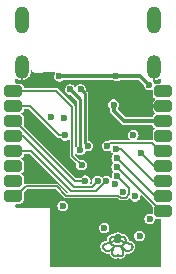
<source format=gbr>
%TF.GenerationSoftware,KiCad,Pcbnew,8.0.4-8.0.4-0~ubuntu24.04.1*%
%TF.CreationDate,2024-08-16T16:11:10+02:00*%
%TF.ProjectId,epi_ESP32 (2023_01_16 13_30_41 UTC),6570695f-4553-4503-9332-202832303233,1_1*%
%TF.SameCoordinates,Original*%
%TF.FileFunction,Copper,L4,Bot*%
%TF.FilePolarity,Positive*%
%FSLAX46Y46*%
G04 Gerber Fmt 4.6, Leading zero omitted, Abs format (unit mm)*
G04 Created by KiCad (PCBNEW 8.0.4-8.0.4-0~ubuntu24.04.1) date 2024-08-16 16:11:10*
%MOMM*%
%LPD*%
G01*
G04 APERTURE LIST*
G04 Aperture macros list*
%AMRoundRect*
0 Rectangle with rounded corners*
0 $1 Rounding radius*
0 $2 $3 $4 $5 $6 $7 $8 $9 X,Y pos of 4 corners*
0 Add a 4 corners polygon primitive as box body*
4,1,4,$2,$3,$4,$5,$6,$7,$8,$9,$2,$3,0*
0 Add four circle primitives for the rounded corners*
1,1,$1+$1,$2,$3*
1,1,$1+$1,$4,$5*
1,1,$1+$1,$6,$7*
1,1,$1+$1,$8,$9*
0 Add four rect primitives between the rounded corners*
20,1,$1+$1,$2,$3,$4,$5,0*
20,1,$1+$1,$4,$5,$6,$7,0*
20,1,$1+$1,$6,$7,$8,$9,0*
20,1,$1+$1,$8,$9,$2,$3,0*%
G04 Aperture macros list end*
%TA.AperFunction,NonConductor*%
%ADD10C,0.162500*%
%TD*%
%TA.AperFunction,NonConductor*%
%ADD11C,0.162499*%
%TD*%
%TA.AperFunction,ComponentPad*%
%ADD12RoundRect,0.250000X-0.500000X-0.250000X0.500000X-0.250000X0.500000X0.250000X-0.500000X0.250000X0*%
%TD*%
%TA.AperFunction,ComponentPad*%
%ADD13O,1.200000X2.000000*%
%TD*%
%TA.AperFunction,ComponentPad*%
%ADD14O,1.200000X2.300000*%
%TD*%
%TA.AperFunction,ViaPad*%
%ADD15C,0.600000*%
%TD*%
%TA.AperFunction,Conductor*%
%ADD16C,0.350000*%
%TD*%
%TA.AperFunction,Conductor*%
%ADD17C,0.250000*%
%TD*%
%TA.AperFunction,Conductor*%
%ADD18C,0.130000*%
%TD*%
%TA.AperFunction,Conductor*%
%ADD19C,0.230000*%
%TD*%
%TA.AperFunction,Conductor*%
%ADD20C,0.150000*%
%TD*%
G04 APERTURE END LIST*
D10*
X106766763Y-69703887D02*
X106780279Y-69684362D01*
X107149240Y-70499851D02*
X107169638Y-70556148D01*
X106095902Y-69887166D02*
X106108694Y-69916665D01*
X105828720Y-70033431D02*
X105761667Y-70052402D01*
X106640341Y-71079094D02*
X106669199Y-71066815D01*
X106639481Y-69358732D02*
X106621642Y-69366261D01*
X107749665Y-70648748D02*
X107713840Y-70662530D01*
X106876535Y-69877237D02*
X106892166Y-69870165D01*
X106981661Y-71098110D02*
X106953892Y-71097842D01*
X105500000Y-70300000D02*
X105502008Y-70324999D01*
X107095456Y-70379246D02*
X107124572Y-70440879D01*
X106695444Y-69342982D02*
X106676440Y-69347204D01*
X106815355Y-69730570D02*
X106784255Y-69726918D01*
X106496308Y-69495114D02*
X106490839Y-69507148D01*
X106714720Y-69339637D02*
X106695444Y-69342982D01*
X106631810Y-69586110D02*
X106614087Y-69572939D01*
X107019132Y-69507148D02*
X107044464Y-69498878D01*
X106364869Y-69484654D02*
X106340375Y-69485588D01*
X107358085Y-69565390D02*
X107373733Y-69581367D01*
X106841698Y-69888648D02*
X106859750Y-69883411D01*
X108007989Y-70324999D02*
X108003040Y-70351281D01*
X106301713Y-70874093D02*
X106309019Y-70908464D01*
X107894631Y-70543518D02*
X107858241Y-70577884D01*
X106967400Y-69529628D02*
X106985050Y-69521172D01*
X106793765Y-69338973D02*
X106813349Y-69342122D01*
X107251110Y-70111124D02*
X107229882Y-70128741D01*
X105688080Y-70606697D02*
X105724289Y-70630228D01*
X107949253Y-70157663D02*
X107965315Y-70174773D01*
X107177747Y-70968770D02*
X107162873Y-70994677D01*
X107071268Y-69801572D02*
X107047582Y-69791357D01*
X107341123Y-69550715D02*
X107358085Y-69565390D01*
X106999710Y-69772743D02*
X106985896Y-69767973D01*
X107979065Y-70192893D02*
X107990414Y-70212060D01*
X106071509Y-69725903D02*
X106069819Y-69750684D01*
X107809373Y-70073997D02*
X107863687Y-70098529D01*
X108003040Y-70351281D02*
X107995061Y-70378887D01*
X105530931Y-70192893D02*
X105519582Y-70212060D01*
X107278172Y-69916318D02*
X107233044Y-69887731D01*
X106928405Y-70271737D02*
X106895567Y-70277947D01*
X107095103Y-69488084D02*
X107120218Y-69485471D01*
X107163692Y-70175330D02*
X107140908Y-70189059D01*
X107008707Y-71095411D02*
X106981661Y-71098110D01*
X106949490Y-69539038D02*
X106967400Y-69529628D01*
X106311455Y-70660657D02*
X106302748Y-70708841D01*
X106784255Y-69726918D02*
X106754303Y-69724296D01*
X106954012Y-69410295D02*
X106961490Y-69417778D01*
X106542416Y-69529628D02*
X106524832Y-69521172D01*
X105831715Y-70671846D02*
X105866957Y-70676966D01*
X107367324Y-69977504D02*
X107322914Y-69946308D01*
X107385708Y-69946792D02*
X107367324Y-69977504D01*
X106686307Y-69892907D02*
X106666856Y-69888648D01*
X107367315Y-69977504D02*
X107349448Y-70003527D01*
X107094465Y-70214330D02*
X107070875Y-70226043D01*
X106473829Y-71089760D02*
X106499907Y-71095411D01*
X107106108Y-71055240D02*
X107083730Y-71069660D01*
X106953892Y-71097842D02*
X106925578Y-71094593D01*
X106323896Y-70609755D02*
X106311455Y-70660657D01*
X107229882Y-70128741D02*
X107208213Y-70145257D01*
X106346637Y-70410173D02*
X106486827Y-70248056D01*
X106217815Y-70072246D02*
X106238060Y-70092321D01*
X106088672Y-69657401D02*
X106081031Y-69679217D01*
X107952039Y-70470035D02*
X107931037Y-70503326D01*
X106753854Y-69335136D02*
X106734209Y-69337059D01*
X106847133Y-69735227D02*
X106815355Y-69730570D01*
X106992075Y-70256645D02*
X106960537Y-70264587D01*
X106933278Y-69843966D02*
X106945434Y-69833705D01*
X107303636Y-69525452D02*
X107322941Y-69537387D01*
X106124235Y-69946792D02*
X106142619Y-69977504D01*
X106596180Y-69560700D02*
X106578195Y-69549398D01*
X107193603Y-69488228D02*
X107217091Y-69492529D01*
X106582866Y-71094593D02*
X106611504Y-71088349D01*
X106810047Y-69647988D02*
X106826080Y-69631151D01*
X106931431Y-69549398D02*
X106949490Y-69539038D01*
X107047085Y-70237257D02*
X107023129Y-70248056D01*
X107124572Y-70440879D02*
X107149240Y-70499851D01*
X106448833Y-71081171D02*
X106473829Y-71089760D01*
X107208213Y-70145257D02*
X107186138Y-70160758D01*
X106632142Y-69877237D02*
X106616633Y-69870165D01*
X106868019Y-71079094D02*
X106839131Y-71066815D01*
X106614355Y-70277947D02*
X106648008Y-70283071D01*
X106389721Y-69485471D02*
X106364869Y-69484654D01*
X106527266Y-69443209D02*
X106520618Y-69452535D01*
X107047582Y-69791357D02*
X107023731Y-69781739D01*
X106925578Y-71094593D02*
X106896894Y-71088349D01*
X107428909Y-69679217D02*
X107434663Y-69702066D01*
X107969651Y-70438224D02*
X107952039Y-70470035D01*
X107126877Y-71037927D02*
X107106108Y-71055240D01*
X105519582Y-70212060D02*
X105510725Y-70232316D01*
X106822265Y-69892907D02*
X106841698Y-69888648D01*
X106510228Y-69772743D02*
X106524027Y-69767973D01*
X106190858Y-70557247D02*
X106246802Y-70510144D01*
X106682819Y-69631151D02*
X106666281Y-69615222D01*
X107292110Y-70072246D02*
X107271864Y-70092321D01*
X107070875Y-70226043D02*
X107047085Y-70237257D01*
X107034852Y-71089760D02*
X107008707Y-71095411D01*
X107187474Y-69860744D02*
X107164507Y-69847912D01*
X106298863Y-70460395D02*
X106346637Y-70410173D01*
X107118175Y-69823695D02*
X107094797Y-69812360D01*
X106425095Y-71069660D02*
X106448833Y-71081171D01*
X106648842Y-69883411D02*
X106632142Y-69877237D01*
X106676440Y-69347204D02*
X106657766Y-69352417D01*
X105761667Y-70052402D02*
X105700623Y-70073997D01*
X107145070Y-69484654D02*
X107169564Y-69485588D01*
X107999271Y-70232316D02*
X108005548Y-70253698D01*
X106369017Y-70189059D02*
X106392103Y-70202030D01*
X106069819Y-69750684D02*
X106070303Y-69776363D01*
X107681277Y-70033431D02*
X107748329Y-70052402D01*
X106941825Y-69754986D02*
X106910839Y-69747459D01*
X106368520Y-69835554D02*
X106391755Y-69823695D01*
X106486791Y-70248056D02*
X106517846Y-70256645D01*
X106989363Y-69786090D02*
X106999741Y-69772743D01*
X106345423Y-69847912D02*
X106368520Y-69835554D01*
X107094797Y-69812360D02*
X107071268Y-69801572D01*
X107431763Y-69830237D02*
X107424180Y-69858342D01*
X106486204Y-69781739D02*
X106510228Y-69772743D01*
X107411834Y-69636663D02*
X107421268Y-69657401D01*
X106666856Y-69888648D02*
X106648842Y-69883411D01*
X106578195Y-69549398D02*
X106560239Y-69539038D01*
X106567904Y-69754986D02*
X106598674Y-69747459D01*
X106100539Y-70618183D02*
X106131432Y-70599529D01*
X106773493Y-70290162D02*
X106754963Y-70290454D01*
X106985050Y-69521172D02*
X107002331Y-69513677D01*
X106499907Y-71095411D02*
X106526891Y-71098110D01*
X106517846Y-70256645D02*
X106549385Y-70264587D01*
X106246802Y-70510144D02*
X106298863Y-70460395D01*
X106842731Y-69615222D02*
X106859892Y-69600206D01*
X106068926Y-70634817D02*
X106100539Y-70618183D01*
X107441071Y-70634817D02*
X107409458Y-70618183D01*
X106989376Y-69452392D02*
X106995807Y-69462280D01*
X106226637Y-69514954D02*
X106206304Y-69525452D01*
X105970274Y-70669876D02*
X106003744Y-70660935D01*
X106975852Y-69434123D02*
X106982722Y-69443011D01*
X107059918Y-71081171D02*
X107034852Y-71089760D01*
X107271864Y-70092321D02*
X107251110Y-70111124D01*
X106554602Y-71097842D02*
X106582866Y-71094593D01*
X106827336Y-70286961D02*
X106809666Y-70288397D01*
X106754283Y-69724296D02*
X106741839Y-69703887D01*
X106905420Y-69374249D02*
X106922281Y-69384663D01*
X105500844Y-70276247D02*
X105500000Y-70300000D01*
X106415458Y-70214330D02*
X106439047Y-70226043D01*
X106555926Y-69410761D02*
X106548465Y-69418173D01*
X106541667Y-69811132D02*
X106531035Y-69798899D01*
X108005548Y-70253698D02*
X108009152Y-70276247D01*
X107409458Y-70618183D02*
X107378565Y-70599529D01*
X106391755Y-69823695D02*
X106415134Y-69812360D01*
X106073058Y-69802896D02*
X106078180Y-69830237D01*
X107330936Y-70027934D02*
X107311811Y-70050812D01*
X106665175Y-70285179D02*
X106682587Y-70286961D01*
X106524027Y-69767973D02*
X106538276Y-69763422D01*
X106531035Y-69798899D02*
X106520605Y-69786090D01*
X106754303Y-69724296D02*
X106754305Y-69724296D01*
X105560743Y-70157663D02*
X105544682Y-70174773D01*
X107311811Y-70050812D02*
X107292110Y-70072246D01*
X106465476Y-69498878D02*
X106440120Y-69492538D01*
X107367356Y-69977504D02*
X107451254Y-69989121D01*
X107678281Y-70671846D02*
X107643040Y-70676966D01*
X106773920Y-69336678D02*
X106793765Y-69338973D01*
X107239935Y-69498447D02*
X107262037Y-69505937D01*
X106938497Y-69396645D02*
X106946346Y-69403255D01*
X106616633Y-69870165D02*
X106602191Y-69862236D01*
X106832615Y-69346228D02*
X106851511Y-69351392D01*
X106297597Y-70754291D02*
X106295825Y-70796992D01*
X106363201Y-71017734D02*
X106382103Y-71037927D01*
X106414521Y-70379246D02*
X106385382Y-70440879D01*
X107931037Y-70503326D02*
X107894631Y-70543518D01*
X106151854Y-69565390D02*
X106136206Y-69581367D01*
X107319139Y-70557247D02*
X107263194Y-70510144D01*
X106526891Y-71098110D02*
X106554602Y-71097842D01*
X106968110Y-69811132D02*
X106978858Y-69798899D01*
X107263194Y-70510144D02*
X107211134Y-70460395D01*
X107400704Y-69617049D02*
X107411834Y-69636663D01*
X106462836Y-70237257D02*
X106486791Y-70248056D01*
X105526035Y-70407855D02*
X105540346Y-70438224D01*
X108009152Y-70276247D02*
X108009996Y-70300000D01*
X106754305Y-69724296D02*
X106766763Y-69703887D01*
X106231763Y-69916318D02*
X106276889Y-69887731D01*
X106507594Y-69513677D02*
X106490808Y-69507148D01*
X106700258Y-70288397D02*
X106718202Y-70289471D01*
X107821916Y-70606697D02*
X107785708Y-70630228D01*
X106142609Y-69977504D02*
X106160476Y-70003527D01*
X106392103Y-70202030D02*
X106415458Y-70214330D01*
X106109237Y-69617049D02*
X106098106Y-69636663D01*
X106462352Y-69791357D02*
X106486204Y-69781739D01*
X106851511Y-69351392D02*
X106869980Y-69357715D01*
X106448277Y-70314967D02*
X106414521Y-70379246D01*
X106415134Y-69812360D02*
X106438664Y-69801572D01*
X107141410Y-69835554D02*
X107118175Y-69823695D01*
X106142640Y-69977504D02*
X106058742Y-69989121D01*
X106869980Y-69357715D02*
X106887968Y-69365300D01*
X106524832Y-69521172D02*
X106507594Y-69513677D01*
X107163359Y-70410173D02*
X107023170Y-70248056D01*
X107322941Y-69537387D02*
X107341123Y-69550715D01*
X106385382Y-70440879D02*
X106360682Y-70499851D01*
X106728365Y-69684362D02*
X106713966Y-69665727D01*
X106514190Y-69462374D02*
X106507992Y-69472742D01*
X106438664Y-69801572D02*
X106462352Y-69791357D01*
X106982722Y-69443011D02*
X106989376Y-69452392D01*
X106136206Y-69581367D02*
X106121969Y-69598601D01*
X107421268Y-69657401D02*
X107428909Y-69679217D01*
X107198330Y-70660657D02*
X107206980Y-70708841D01*
X106661882Y-69735227D02*
X106693443Y-69730570D01*
X106486827Y-70248056D02*
X106448277Y-70314967D01*
X106382103Y-71037927D02*
X106402793Y-71055240D01*
X107212272Y-70836932D02*
X107207741Y-70874093D01*
X107217091Y-69492529D02*
X107239935Y-69498447D01*
X107212069Y-70754291D02*
X107213773Y-70796992D01*
X107473352Y-70649158D02*
X107441071Y-70634817D01*
X106780279Y-69684362D02*
X106794744Y-69665727D01*
X107140908Y-70189059D02*
X107117821Y-70202030D01*
X107044464Y-69498878D02*
X107069819Y-69492538D01*
X106270004Y-69498447D02*
X106247902Y-69505937D01*
X106920423Y-69853490D02*
X106933278Y-69843966D01*
X106098106Y-69636663D02*
X106088672Y-69657401D01*
X107200358Y-70908464D02*
X107190301Y-70940027D01*
X105557957Y-70470035D02*
X105578959Y-70503326D01*
X106548465Y-69418173D02*
X106541197Y-69426042D01*
X106440120Y-69492538D02*
X106414837Y-69488084D01*
X106552625Y-69822747D02*
X106541667Y-69811132D01*
X107451254Y-69989121D02*
X107532019Y-70002104D01*
X107069819Y-69492538D02*
X107095103Y-69488084D01*
X107858241Y-70577884D02*
X107821916Y-70606697D01*
X106346266Y-70994677D02*
X106363201Y-71017734D01*
X107169564Y-69485588D02*
X107193603Y-69488228D01*
X106075278Y-69702066D02*
X106071509Y-69725903D01*
X106439047Y-70226043D02*
X106462836Y-70237257D01*
X107023129Y-70248056D02*
X106992075Y-70256645D01*
X107608166Y-70678164D02*
X107573710Y-70675710D01*
X106754284Y-69724296D02*
X106754283Y-69724296D01*
X106718202Y-70289471D02*
X106736433Y-70290162D01*
X106809666Y-70288397D02*
X106791723Y-70289471D01*
X107713840Y-70662530D02*
X107678281Y-70671846D01*
X106945434Y-69833705D02*
X106957007Y-69822747D01*
X106861914Y-70283071D02*
X106844748Y-70285179D01*
X106576015Y-69843966D02*
X106564033Y-69833705D01*
X106826080Y-69631151D02*
X106842731Y-69615222D01*
X107162873Y-70994677D02*
X107145857Y-71017734D01*
X106666281Y-69615222D02*
X106649243Y-69600206D01*
X106520605Y-69786090D02*
X106510255Y-69772743D01*
X106713966Y-69665727D02*
X106698749Y-69647988D01*
X107573710Y-70675710D02*
X107539723Y-70669876D01*
X106707320Y-69896150D02*
X106686307Y-69892907D01*
X106730018Y-69898334D02*
X106707320Y-69896150D01*
X106247902Y-69505937D02*
X106226637Y-69514954D01*
X106602191Y-69862236D02*
X106588693Y-69853490D01*
X107206980Y-70708841D02*
X107212069Y-70754291D01*
X107083730Y-71069660D02*
X107059918Y-71081171D01*
X106930473Y-69390452D02*
X106938497Y-69396645D01*
X106697902Y-71051496D02*
X106726272Y-71033123D01*
X107120218Y-69485471D02*
X107145070Y-69484654D01*
X106968772Y-69425717D02*
X106975852Y-69434123D01*
X107348442Y-70579127D02*
X107319139Y-70557247D01*
X105615365Y-70543518D02*
X105651755Y-70577884D01*
X107169638Y-70556148D02*
X107185942Y-70609755D01*
X107262037Y-69505937D02*
X107283302Y-69514954D01*
X106910839Y-69747459D02*
X106879118Y-69740864D01*
X107145857Y-71017734D02*
X107126877Y-71037927D01*
X107436883Y-69802896D02*
X107431763Y-69830237D01*
X106131432Y-70599529D02*
X106161555Y-70579127D01*
X106985896Y-69767973D02*
X106971605Y-69763422D01*
X106078180Y-69830237D02*
X106085762Y-69858342D01*
X106621642Y-69366261D02*
X106604309Y-69375117D01*
X106186998Y-69537387D02*
X106168817Y-69550715D01*
X107748329Y-70052402D02*
X107809373Y-70073997D01*
X107373733Y-69581367D02*
X107387971Y-69598601D01*
X107785708Y-70630228D02*
X107749665Y-70648748D01*
X107506253Y-70660935D02*
X107473352Y-70649158D01*
X107965315Y-70174773D02*
X107979065Y-70192893D01*
X105700623Y-70073997D02*
X105646309Y-70098529D01*
X105544682Y-70174773D02*
X105530931Y-70192893D01*
X106614087Y-69572939D02*
X106596180Y-69560700D01*
X106142619Y-69977504D02*
X106187024Y-69946308D01*
X106295825Y-70796992D02*
X106297256Y-70836932D01*
X106960537Y-70264587D02*
X106928405Y-70271737D01*
X106360682Y-70499851D02*
X106340246Y-70556148D01*
X106160476Y-70003527D02*
X106178988Y-70027934D01*
X107007972Y-69483625D02*
X107013693Y-69495108D01*
X106895302Y-69572939D02*
X106913332Y-69560700D01*
X106895567Y-70277947D02*
X106861914Y-70283071D01*
X107233044Y-69887731D02*
X107187474Y-69860744D01*
X106309019Y-70908464D02*
X106318998Y-70940027D01*
X106877452Y-69586110D02*
X106895302Y-69572939D01*
X107414041Y-69887166D02*
X107401249Y-69916665D01*
X106318998Y-70940027D02*
X106331472Y-70968770D01*
X106892166Y-69870165D02*
X106906757Y-69862236D01*
X106178988Y-70027934D02*
X106198113Y-70050812D01*
X107434663Y-69702066D02*
X107438432Y-69725903D01*
X107532019Y-70002104D02*
X107608933Y-70016770D01*
X105621900Y-70111995D02*
X105599442Y-70126314D01*
X106507992Y-69472742D02*
X106502028Y-69483650D01*
X105510725Y-70232316D02*
X105504449Y-70253698D01*
X106604309Y-69375117D02*
X106587540Y-69385411D01*
X106648008Y-70283071D02*
X106665175Y-70285179D01*
X107023170Y-70248056D02*
X107061714Y-70314967D01*
X106121969Y-69598601D02*
X106109237Y-69617049D01*
X106734209Y-69337059D02*
X106714720Y-69339637D01*
X105901063Y-70016770D02*
X105828720Y-70033431D01*
X106839131Y-71066815D02*
X106810406Y-71051496D01*
X106560239Y-69539038D02*
X106542416Y-69529628D01*
X106168817Y-69550715D02*
X106151854Y-69565390D01*
X105760331Y-70648748D02*
X105796157Y-70662530D01*
X106070303Y-69776363D02*
X106073058Y-69802896D01*
X107322914Y-69946308D02*
X107278172Y-69916318D01*
X105901830Y-70678164D02*
X105936286Y-70675710D01*
X106571393Y-69397255D02*
X106563570Y-69403793D01*
X106292847Y-69492529D02*
X106270004Y-69498447D01*
X106649243Y-69600206D02*
X106631810Y-69586110D01*
X107002008Y-69472686D02*
X107007972Y-69483625D01*
X105936286Y-70675710D02*
X105970274Y-70669876D01*
X106340375Y-69485588D02*
X106316336Y-69488228D01*
X106587540Y-69385411D02*
X106579385Y-69391132D01*
X107378565Y-70599529D02*
X107348442Y-70579127D01*
X106563570Y-69403793D02*
X106555926Y-69410761D01*
X106754524Y-69899422D02*
X106730018Y-69898334D01*
X106810406Y-71051496D02*
X106782022Y-71033123D01*
X105977977Y-70002104D02*
X105901063Y-70016770D01*
X106778798Y-69898334D02*
X106801336Y-69896150D01*
X106323787Y-70160758D02*
X106346233Y-70175330D01*
X108009996Y-70300000D02*
X108007989Y-70324999D01*
X105540346Y-70438224D02*
X105557957Y-70470035D01*
X106297256Y-70836932D02*
X106301713Y-70874093D01*
X105796157Y-70662530D02*
X105831715Y-70671846D01*
X105646309Y-70098529D02*
X105621900Y-70111995D01*
X106794744Y-69665727D02*
X106810047Y-69647988D01*
X106682587Y-70286961D02*
X106700258Y-70288397D01*
X105579027Y-70141523D02*
X105560743Y-70157663D01*
X107207741Y-70874093D02*
X107200358Y-70908464D01*
X107186138Y-70160758D02*
X107163692Y-70175330D01*
X106276889Y-69887731D02*
X106322457Y-69860744D01*
X106316336Y-69488228D02*
X106292847Y-69492529D01*
X106698749Y-69647988D02*
X106682819Y-69631151D01*
X106693443Y-69730570D02*
X106724390Y-69726918D01*
X106801336Y-69896150D02*
X106822265Y-69892907D01*
X106331472Y-70968770D02*
X106346266Y-70994677D01*
X105599442Y-70126314D02*
X105579027Y-70141523D01*
X107023731Y-69781739D02*
X106999710Y-69772743D01*
X105506956Y-70351281D02*
X105514935Y-70378887D01*
X107283302Y-69514954D02*
X107303636Y-69525452D01*
X106879118Y-69740864D02*
X106847133Y-69735227D01*
X106346233Y-70175330D02*
X106369017Y-70189059D01*
X106611504Y-71088349D02*
X106640341Y-71079094D01*
X107164507Y-69847912D02*
X107141410Y-69835554D01*
X106490808Y-69507148D02*
X106465476Y-69498878D01*
X106859750Y-69883411D02*
X106876535Y-69877237D01*
X106187024Y-69946308D02*
X106231763Y-69916318D01*
X106302748Y-70708841D02*
X106297597Y-70754291D01*
X106630146Y-69740864D02*
X106661882Y-69735227D01*
X106036644Y-70649158D02*
X106068926Y-70634817D01*
X106161555Y-70579127D02*
X106190858Y-70557247D01*
X107424180Y-69858342D02*
X107414041Y-69887166D01*
X106414837Y-69488084D02*
X106389721Y-69485471D01*
X106598674Y-69747459D02*
X106630146Y-69740864D01*
X106301712Y-70145257D02*
X106323787Y-70160758D01*
X107438432Y-69725903D02*
X107440123Y-69750684D01*
X107013693Y-69495108D02*
X107019163Y-69507148D01*
X106791723Y-70289471D02*
X106773493Y-70290162D01*
X106280043Y-70128741D02*
X106301712Y-70145257D01*
X106896894Y-71088349D02*
X106868019Y-71079094D01*
X107439638Y-69776363D02*
X107436883Y-69802896D01*
X106922281Y-69384663D02*
X106930473Y-69390452D01*
X107211134Y-70460395D02*
X107163359Y-70410173D01*
X107863687Y-70098529D02*
X107888097Y-70111995D01*
X105504449Y-70253698D02*
X105500844Y-70276247D01*
X106340246Y-70556148D02*
X106323896Y-70609755D01*
X107608933Y-70016770D02*
X107681277Y-70033431D01*
X107995061Y-70378887D02*
X107983961Y-70407855D01*
X106238060Y-70092321D02*
X106258815Y-70111124D01*
X106859892Y-69600206D02*
X106877452Y-69586110D01*
X107387971Y-69598601D02*
X107400704Y-69617049D01*
X107349448Y-70003527D02*
X107330936Y-70027934D01*
X106258815Y-70111124D02*
X106280043Y-70128741D01*
X107002331Y-69513677D02*
X107019132Y-69507148D01*
X106581518Y-70271737D02*
X106614355Y-70277947D01*
X105578959Y-70503326D02*
X105615365Y-70543518D01*
X105866957Y-70676966D02*
X105901830Y-70678164D01*
X106995807Y-69462280D02*
X107002008Y-69472686D01*
X106549385Y-70264587D02*
X106581518Y-70271737D01*
X106579385Y-69391132D02*
X106571393Y-69397255D01*
X106588693Y-69853490D02*
X106576015Y-69843966D01*
X107983961Y-70407855D02*
X107969651Y-70438224D01*
X107213773Y-70796992D02*
X107212272Y-70836932D01*
X106198113Y-70050812D02*
X106217815Y-70072246D01*
X107910554Y-70126314D02*
X107930969Y-70141523D01*
X107401249Y-69916665D02*
X107385708Y-69946792D01*
X105514935Y-70378887D02*
X105526035Y-70407855D01*
X106402793Y-71055240D02*
X106425095Y-71069660D01*
X106520618Y-69452535D02*
X106514190Y-69462374D01*
X106322457Y-69860744D02*
X106345423Y-69847912D01*
X107539723Y-70669876D02*
X107506253Y-70660935D01*
X106736433Y-70290162D02*
X106754964Y-70290454D01*
X107440123Y-69750684D02*
X107439638Y-69776363D01*
X106657766Y-69352417D02*
X106639481Y-69358732D01*
X106961490Y-69417778D02*
X106968772Y-69425717D01*
X106741839Y-69703887D02*
X106728365Y-69684362D01*
D11*
X106770140Y-69785536D02*
X106783872Y-69786852D01*
X106797577Y-69788448D01*
X106811256Y-69790279D01*
X106838548Y-69794450D01*
X106865768Y-69798987D01*
X106866758Y-69799275D01*
X106867780Y-69799510D01*
X106868827Y-69799704D01*
X106869893Y-69799869D01*
X106874215Y-69800464D01*
X106875278Y-69800654D01*
X106876321Y-69800883D01*
X106877337Y-69801163D01*
X106878320Y-69801505D01*
X106878797Y-69801704D01*
X106879264Y-69801922D01*
X106879719Y-69802161D01*
X106880161Y-69802423D01*
X106880591Y-69802710D01*
X106881006Y-69803022D01*
X106881407Y-69803361D01*
X106881792Y-69803728D01*
X106881860Y-69804002D01*
X106881919Y-69804275D01*
X106881968Y-69804547D01*
X106882006Y-69804818D01*
X106882031Y-69805087D01*
X106882042Y-69805354D01*
X106882037Y-69805618D01*
X106882014Y-69805877D01*
X106881973Y-69806133D01*
X106881945Y-69806259D01*
X106881911Y-69806384D01*
X106881873Y-69806507D01*
X106881828Y-69806629D01*
X106881778Y-69806750D01*
X106881722Y-69806869D01*
X106881660Y-69806986D01*
X106881591Y-69807102D01*
X106881516Y-69807216D01*
X106881435Y-69807328D01*
X106881346Y-69807438D01*
X106881250Y-69807546D01*
X106881147Y-69807652D01*
X106881037Y-69807756D01*
X106878412Y-69809444D01*
X106875750Y-69811070D01*
X106873051Y-69812637D01*
X106870318Y-69814146D01*
X106864758Y-69816996D01*
X106859088Y-69819634D01*
X106853325Y-69822070D01*
X106847485Y-69824318D01*
X106841585Y-69826390D01*
X106835643Y-69828299D01*
X106827229Y-69830563D01*
X106818751Y-69832568D01*
X106810218Y-69834318D01*
X106801637Y-69835811D01*
X106793016Y-69837050D01*
X106784361Y-69838036D01*
X106775680Y-69838768D01*
X106766980Y-69839249D01*
X106758270Y-69839480D01*
X106749556Y-69839461D01*
X106740846Y-69839194D01*
X106732147Y-69838679D01*
X106723466Y-69837917D01*
X106714812Y-69836911D01*
X106706191Y-69835660D01*
X106697611Y-69834165D01*
X106693309Y-69833392D01*
X106689029Y-69832524D01*
X106684772Y-69831560D01*
X106680539Y-69830501D01*
X106676332Y-69829350D01*
X106672153Y-69828105D01*
X106668003Y-69826768D01*
X106663883Y-69825341D01*
X106659796Y-69823823D01*
X106655743Y-69822215D01*
X106651726Y-69820519D01*
X106647745Y-69818735D01*
X106643804Y-69816864D01*
X106639902Y-69814907D01*
X106636043Y-69812865D01*
X106632227Y-69810738D01*
X106631886Y-69810622D01*
X106631550Y-69810482D01*
X106631218Y-69810320D01*
X106630893Y-69810137D01*
X106630576Y-69809934D01*
X106630269Y-69809712D01*
X106629972Y-69809474D01*
X106629687Y-69809221D01*
X106629415Y-69808953D01*
X106629159Y-69808672D01*
X106628918Y-69808380D01*
X106628695Y-69808078D01*
X106628491Y-69807768D01*
X106628307Y-69807450D01*
X106628145Y-69807126D01*
X106628005Y-69806798D01*
X106627890Y-69806467D01*
X106627801Y-69806134D01*
X106627739Y-69805801D01*
X106627705Y-69805469D01*
X106627701Y-69805140D01*
X106627729Y-69804814D01*
X106627788Y-69804494D01*
X106627882Y-69804180D01*
X106628011Y-69803874D01*
X106628177Y-69803578D01*
X106628380Y-69803292D01*
X106628623Y-69803019D01*
X106628907Y-69802759D01*
X106629233Y-69802514D01*
X106629602Y-69802285D01*
X106630017Y-69802074D01*
X106636854Y-69800463D01*
X106643730Y-69799009D01*
X106650638Y-69797683D01*
X106657568Y-69796457D01*
X106685357Y-69791971D01*
X106703051Y-69789548D01*
X106720778Y-69787256D01*
X106729657Y-69786275D01*
X106738549Y-69785466D01*
X106747455Y-69784875D01*
X106756377Y-69784549D01*
X106770140Y-69785536D01*
%TA.AperFunction,NonConductor*%
G36*
X106770140Y-69785536D02*
G01*
X106783872Y-69786852D01*
X106797577Y-69788448D01*
X106811256Y-69790279D01*
X106838548Y-69794450D01*
X106865768Y-69798987D01*
X106866758Y-69799275D01*
X106867780Y-69799510D01*
X106868827Y-69799704D01*
X106869893Y-69799869D01*
X106874215Y-69800464D01*
X106875278Y-69800654D01*
X106876321Y-69800883D01*
X106877337Y-69801163D01*
X106878320Y-69801505D01*
X106878797Y-69801704D01*
X106879264Y-69801922D01*
X106879719Y-69802161D01*
X106880161Y-69802423D01*
X106880591Y-69802710D01*
X106881006Y-69803022D01*
X106881407Y-69803361D01*
X106881792Y-69803728D01*
X106881860Y-69804002D01*
X106881919Y-69804275D01*
X106881968Y-69804547D01*
X106882006Y-69804818D01*
X106882031Y-69805087D01*
X106882042Y-69805354D01*
X106882037Y-69805618D01*
X106882014Y-69805877D01*
X106881973Y-69806133D01*
X106881945Y-69806259D01*
X106881911Y-69806384D01*
X106881873Y-69806507D01*
X106881828Y-69806629D01*
X106881778Y-69806750D01*
X106881722Y-69806869D01*
X106881660Y-69806986D01*
X106881591Y-69807102D01*
X106881516Y-69807216D01*
X106881435Y-69807328D01*
X106881346Y-69807438D01*
X106881250Y-69807546D01*
X106881147Y-69807652D01*
X106881037Y-69807756D01*
X106878412Y-69809444D01*
X106875750Y-69811070D01*
X106873051Y-69812637D01*
X106870318Y-69814146D01*
X106864758Y-69816996D01*
X106859088Y-69819634D01*
X106853325Y-69822070D01*
X106847485Y-69824318D01*
X106841585Y-69826390D01*
X106835643Y-69828299D01*
X106827229Y-69830563D01*
X106818751Y-69832568D01*
X106810218Y-69834318D01*
X106801637Y-69835811D01*
X106793016Y-69837050D01*
X106784361Y-69838036D01*
X106775680Y-69838768D01*
X106766980Y-69839249D01*
X106758270Y-69839480D01*
X106749556Y-69839461D01*
X106740846Y-69839194D01*
X106732147Y-69838679D01*
X106723466Y-69837917D01*
X106714812Y-69836911D01*
X106706191Y-69835660D01*
X106697611Y-69834165D01*
X106693309Y-69833392D01*
X106689029Y-69832524D01*
X106684772Y-69831560D01*
X106680539Y-69830501D01*
X106676332Y-69829350D01*
X106672153Y-69828105D01*
X106668003Y-69826768D01*
X106663883Y-69825341D01*
X106659796Y-69823823D01*
X106655743Y-69822215D01*
X106651726Y-69820519D01*
X106647745Y-69818735D01*
X106643804Y-69816864D01*
X106639902Y-69814907D01*
X106636043Y-69812865D01*
X106632227Y-69810738D01*
X106631886Y-69810622D01*
X106631550Y-69810482D01*
X106631218Y-69810320D01*
X106630893Y-69810137D01*
X106630576Y-69809934D01*
X106630269Y-69809712D01*
X106629972Y-69809474D01*
X106629687Y-69809221D01*
X106629415Y-69808953D01*
X106629159Y-69808672D01*
X106628918Y-69808380D01*
X106628695Y-69808078D01*
X106628491Y-69807768D01*
X106628307Y-69807450D01*
X106628145Y-69807126D01*
X106628005Y-69806798D01*
X106627890Y-69806467D01*
X106627801Y-69806134D01*
X106627739Y-69805801D01*
X106627705Y-69805469D01*
X106627701Y-69805140D01*
X106627729Y-69804814D01*
X106627788Y-69804494D01*
X106627882Y-69804180D01*
X106628011Y-69803874D01*
X106628177Y-69803578D01*
X106628380Y-69803292D01*
X106628623Y-69803019D01*
X106628907Y-69802759D01*
X106629233Y-69802514D01*
X106629602Y-69802285D01*
X106630017Y-69802074D01*
X106636854Y-69800463D01*
X106643730Y-69799009D01*
X106650638Y-69797683D01*
X106657568Y-69796457D01*
X106685357Y-69791971D01*
X106703051Y-69789548D01*
X106720778Y-69787256D01*
X106729657Y-69786275D01*
X106738549Y-69785466D01*
X106747455Y-69784875D01*
X106756377Y-69784549D01*
X106770140Y-69785536D01*
G37*
%TD.AperFunction*%
D10*
X107061714Y-70314967D02*
X107095456Y-70379246D01*
X106502028Y-69483650D02*
X106496308Y-69495114D01*
X105651755Y-70577884D02*
X105688080Y-70606697D01*
X106081031Y-69679217D02*
X106075278Y-69702066D01*
X106085762Y-69858342D02*
X106095902Y-69887166D01*
X107888097Y-70111995D02*
X107910554Y-70126314D01*
X106906757Y-69862236D02*
X106920423Y-69853490D01*
X106541197Y-69426042D02*
X106534128Y-69434383D01*
X106971605Y-69763422D02*
X106941825Y-69754986D01*
X107185942Y-70609755D02*
X107198330Y-70660657D01*
X106813349Y-69342122D02*
X106832615Y-69346228D01*
X107190301Y-70940027D02*
X107177747Y-70968770D01*
X106003744Y-70660935D02*
X106036644Y-70649158D01*
X107643040Y-70676966D02*
X107608166Y-70678164D01*
X106913332Y-69560700D02*
X106931431Y-69549398D01*
X106753868Y-69335136D02*
X106773920Y-69336678D01*
X106844748Y-70285179D02*
X106827336Y-70286961D01*
X106534128Y-69434383D02*
X106527266Y-69443209D01*
X105502008Y-70324999D02*
X105506956Y-70351281D01*
D11*
X106760987Y-69395447D02*
X106765471Y-69395683D01*
X106769955Y-69396104D01*
X106774437Y-69396725D01*
X106782688Y-69397713D01*
X106790943Y-69398881D01*
X106799186Y-69400243D01*
X106807402Y-69401811D01*
X106815578Y-69403597D01*
X106823697Y-69405614D01*
X106831745Y-69407874D01*
X106839708Y-69410390D01*
X106847569Y-69413175D01*
X106855314Y-69416240D01*
X106862929Y-69419598D01*
X106870398Y-69423262D01*
X106877706Y-69427245D01*
X106884839Y-69431558D01*
X106891781Y-69436214D01*
X106898518Y-69441226D01*
X106907832Y-69449435D01*
X106912434Y-69453632D01*
X106916935Y-69457934D01*
X106919134Y-69460134D01*
X106921290Y-69462372D01*
X106923398Y-69464652D01*
X106925451Y-69466978D01*
X106927444Y-69469353D01*
X106929371Y-69471783D01*
X106931226Y-69474270D01*
X106933003Y-69476819D01*
X106933055Y-69477157D01*
X106933090Y-69477479D01*
X106933107Y-69477787D01*
X106933106Y-69478081D01*
X106933099Y-69478224D01*
X106933087Y-69478364D01*
X106933070Y-69478501D01*
X106933048Y-69478636D01*
X106933021Y-69478768D01*
X106932989Y-69478898D01*
X106932953Y-69479025D01*
X106932911Y-69479151D01*
X106932864Y-69479275D01*
X106932812Y-69479397D01*
X106932754Y-69479517D01*
X106932692Y-69479636D01*
X106932624Y-69479754D01*
X106932550Y-69479870D01*
X106932472Y-69479985D01*
X106932387Y-69480100D01*
X106932297Y-69480214D01*
X106932201Y-69480327D01*
X106931993Y-69480552D01*
X106931761Y-69480776D01*
X106931505Y-69481000D01*
X106920735Y-69486728D01*
X106910086Y-69492700D01*
X106899562Y-69498904D01*
X106889165Y-69505330D01*
X106878900Y-69511967D01*
X106868769Y-69518805D01*
X106858775Y-69525832D01*
X106848922Y-69533037D01*
X106843119Y-69537338D01*
X106837386Y-69541725D01*
X106826124Y-69550746D01*
X106815123Y-69560074D01*
X106804366Y-69569686D01*
X106793838Y-69579555D01*
X106783525Y-69589658D01*
X106773412Y-69599969D01*
X106763483Y-69610464D01*
X106763158Y-69610736D01*
X106762838Y-69611035D01*
X106762520Y-69611358D01*
X106762206Y-69611703D01*
X106761583Y-69612443D01*
X106760964Y-69613232D01*
X106759719Y-69614862D01*
X106759082Y-69615655D01*
X106758430Y-69616401D01*
X106758097Y-69616750D01*
X106757757Y-69617077D01*
X106757412Y-69617382D01*
X106757059Y-69617660D01*
X106756699Y-69617908D01*
X106756330Y-69618124D01*
X106755953Y-69618305D01*
X106755566Y-69618447D01*
X106755169Y-69618548D01*
X106754761Y-69618605D01*
X106754342Y-69618614D01*
X106753911Y-69618573D01*
X106753468Y-69618479D01*
X106753011Y-69618328D01*
X106752541Y-69618119D01*
X106752056Y-69617847D01*
X106743147Y-69607949D01*
X106734031Y-69598249D01*
X106724712Y-69588749D01*
X106715192Y-69579454D01*
X106705477Y-69570370D01*
X106695569Y-69561500D01*
X106685473Y-69552849D01*
X106675193Y-69544421D01*
X106664731Y-69536221D01*
X106654093Y-69528253D01*
X106643282Y-69520522D01*
X106632302Y-69513032D01*
X106621157Y-69505787D01*
X106609849Y-69498792D01*
X106598385Y-69492051D01*
X106586766Y-69485569D01*
X106586456Y-69485318D01*
X106586123Y-69485077D01*
X106585770Y-69484845D01*
X106585398Y-69484621D01*
X106584609Y-69484192D01*
X106583774Y-69483781D01*
X106582046Y-69482974D01*
X106581189Y-69482559D01*
X106580363Y-69482123D01*
X106579968Y-69481895D01*
X106579587Y-69481657D01*
X106579223Y-69481410D01*
X106578878Y-69481152D01*
X106578555Y-69480881D01*
X106578257Y-69480597D01*
X106577984Y-69480298D01*
X106577741Y-69479983D01*
X106577529Y-69479651D01*
X106577350Y-69479301D01*
X106577207Y-69478931D01*
X106577103Y-69478541D01*
X106577039Y-69478129D01*
X106577018Y-69477694D01*
X106577042Y-69477234D01*
X106577114Y-69476750D01*
X106577926Y-69475539D01*
X106578773Y-69474347D01*
X106579652Y-69473172D01*
X106580559Y-69472014D01*
X106581491Y-69470870D01*
X106582446Y-69469739D01*
X106584408Y-69467511D01*
X106586420Y-69465318D01*
X106588457Y-69463149D01*
X106592502Y-69458834D01*
X106598124Y-69453257D01*
X106603986Y-69447976D01*
X106610074Y-69442987D01*
X106616372Y-69438284D01*
X106622868Y-69433863D01*
X106629544Y-69429719D01*
X106636388Y-69425846D01*
X106643383Y-69422241D01*
X106650516Y-69418898D01*
X106657771Y-69415811D01*
X106665135Y-69412977D01*
X106672591Y-69410391D01*
X106680126Y-69408047D01*
X106687725Y-69405940D01*
X106695372Y-69404066D01*
X106703054Y-69402420D01*
X106720744Y-69399189D01*
X106729648Y-69397726D01*
X106738582Y-69396524D01*
X106743057Y-69396058D01*
X106747535Y-69395702D01*
X106752017Y-69395472D01*
X106756502Y-69395382D01*
X106760987Y-69395447D01*
%TA.AperFunction,NonConductor*%
G36*
X106760987Y-69395447D02*
G01*
X106765471Y-69395683D01*
X106769955Y-69396104D01*
X106774437Y-69396725D01*
X106782688Y-69397713D01*
X106790943Y-69398881D01*
X106799186Y-69400243D01*
X106807402Y-69401811D01*
X106815578Y-69403597D01*
X106823697Y-69405614D01*
X106831745Y-69407874D01*
X106839708Y-69410390D01*
X106847569Y-69413175D01*
X106855314Y-69416240D01*
X106862929Y-69419598D01*
X106870398Y-69423262D01*
X106877706Y-69427245D01*
X106884839Y-69431558D01*
X106891781Y-69436214D01*
X106898518Y-69441226D01*
X106907832Y-69449435D01*
X106912434Y-69453632D01*
X106916935Y-69457934D01*
X106919134Y-69460134D01*
X106921290Y-69462372D01*
X106923398Y-69464652D01*
X106925451Y-69466978D01*
X106927444Y-69469353D01*
X106929371Y-69471783D01*
X106931226Y-69474270D01*
X106933003Y-69476819D01*
X106933055Y-69477157D01*
X106933090Y-69477479D01*
X106933107Y-69477787D01*
X106933106Y-69478081D01*
X106933099Y-69478224D01*
X106933087Y-69478364D01*
X106933070Y-69478501D01*
X106933048Y-69478636D01*
X106933021Y-69478768D01*
X106932989Y-69478898D01*
X106932953Y-69479025D01*
X106932911Y-69479151D01*
X106932864Y-69479275D01*
X106932812Y-69479397D01*
X106932754Y-69479517D01*
X106932692Y-69479636D01*
X106932624Y-69479754D01*
X106932550Y-69479870D01*
X106932472Y-69479985D01*
X106932387Y-69480100D01*
X106932297Y-69480214D01*
X106932201Y-69480327D01*
X106931993Y-69480552D01*
X106931761Y-69480776D01*
X106931505Y-69481000D01*
X106920735Y-69486728D01*
X106910086Y-69492700D01*
X106899562Y-69498904D01*
X106889165Y-69505330D01*
X106878900Y-69511967D01*
X106868769Y-69518805D01*
X106858775Y-69525832D01*
X106848922Y-69533037D01*
X106843119Y-69537338D01*
X106837386Y-69541725D01*
X106826124Y-69550746D01*
X106815123Y-69560074D01*
X106804366Y-69569686D01*
X106793838Y-69579555D01*
X106783525Y-69589658D01*
X106773412Y-69599969D01*
X106763483Y-69610464D01*
X106763158Y-69610736D01*
X106762838Y-69611035D01*
X106762520Y-69611358D01*
X106762206Y-69611703D01*
X106761583Y-69612443D01*
X106760964Y-69613232D01*
X106759719Y-69614862D01*
X106759082Y-69615655D01*
X106758430Y-69616401D01*
X106758097Y-69616750D01*
X106757757Y-69617077D01*
X106757412Y-69617382D01*
X106757059Y-69617660D01*
X106756699Y-69617908D01*
X106756330Y-69618124D01*
X106755953Y-69618305D01*
X106755566Y-69618447D01*
X106755169Y-69618548D01*
X106754761Y-69618605D01*
X106754342Y-69618614D01*
X106753911Y-69618573D01*
X106753468Y-69618479D01*
X106753011Y-69618328D01*
X106752541Y-69618119D01*
X106752056Y-69617847D01*
X106743147Y-69607949D01*
X106734031Y-69598249D01*
X106724712Y-69588749D01*
X106715192Y-69579454D01*
X106705477Y-69570370D01*
X106695569Y-69561500D01*
X106685473Y-69552849D01*
X106675193Y-69544421D01*
X106664731Y-69536221D01*
X106654093Y-69528253D01*
X106643282Y-69520522D01*
X106632302Y-69513032D01*
X106621157Y-69505787D01*
X106609849Y-69498792D01*
X106598385Y-69492051D01*
X106586766Y-69485569D01*
X106586456Y-69485318D01*
X106586123Y-69485077D01*
X106585770Y-69484845D01*
X106585398Y-69484621D01*
X106584609Y-69484192D01*
X106583774Y-69483781D01*
X106582046Y-69482974D01*
X106581189Y-69482559D01*
X106580363Y-69482123D01*
X106579968Y-69481895D01*
X106579587Y-69481657D01*
X106579223Y-69481410D01*
X106578878Y-69481152D01*
X106578555Y-69480881D01*
X106578257Y-69480597D01*
X106577984Y-69480298D01*
X106577741Y-69479983D01*
X106577529Y-69479651D01*
X106577350Y-69479301D01*
X106577207Y-69478931D01*
X106577103Y-69478541D01*
X106577039Y-69478129D01*
X106577018Y-69477694D01*
X106577042Y-69477234D01*
X106577114Y-69476750D01*
X106577926Y-69475539D01*
X106578773Y-69474347D01*
X106579652Y-69473172D01*
X106580559Y-69472014D01*
X106581491Y-69470870D01*
X106582446Y-69469739D01*
X106584408Y-69467511D01*
X106586420Y-69465318D01*
X106588457Y-69463149D01*
X106592502Y-69458834D01*
X106598124Y-69453257D01*
X106603986Y-69447976D01*
X106610074Y-69442987D01*
X106616372Y-69438284D01*
X106622868Y-69433863D01*
X106629544Y-69429719D01*
X106636388Y-69425846D01*
X106643383Y-69422241D01*
X106650516Y-69418898D01*
X106657771Y-69415811D01*
X106665135Y-69412977D01*
X106672591Y-69410391D01*
X106680126Y-69408047D01*
X106687725Y-69405940D01*
X106695372Y-69404066D01*
X106703054Y-69402420D01*
X106720744Y-69399189D01*
X106729648Y-69397726D01*
X106738582Y-69396524D01*
X106743057Y-69396058D01*
X106747535Y-69395702D01*
X106752017Y-69395472D01*
X106756502Y-69395382D01*
X106760987Y-69395447D01*
G37*
%TD.AperFunction*%
D10*
X106058742Y-69989121D02*
X105977977Y-70002104D01*
X107990414Y-70212060D02*
X107999271Y-70232316D01*
X106946346Y-69403255D02*
X106954012Y-69410295D01*
X105724289Y-70630228D02*
X105760331Y-70648748D01*
X106564033Y-69833705D02*
X106552625Y-69822747D01*
X106669199Y-71066815D02*
X106697902Y-71051496D01*
X106957007Y-69822747D02*
X106968110Y-69811132D01*
X106726272Y-71033123D02*
X106754134Y-71011682D01*
X106754536Y-69899422D02*
X106778798Y-69898334D01*
X106538276Y-69763422D02*
X106567904Y-69754986D01*
X106887968Y-69365300D02*
X106905420Y-69374249D01*
X106978858Y-69798899D02*
X106989363Y-69786090D01*
X106108694Y-69916665D02*
X106124235Y-69946792D01*
X106206304Y-69525452D02*
X106186998Y-69537387D01*
X107930969Y-70141523D02*
X107949253Y-70157663D01*
X106782022Y-71033123D02*
X106754156Y-71011682D01*
X107117821Y-70202030D02*
X107094465Y-70214330D01*
X106724390Y-69726918D02*
X106754284Y-69724296D01*
D12*
%TO.P,J2,1,Pin_1*%
%TO.N,+3.3V*%
X110600000Y-57150000D03*
%TO.P,J2,2,Pin_2*%
%TO.N,GND*%
X110600000Y-58420000D03*
%TO.P,J2,3,Pin_3*%
%TO.N,VCC*%
X110600000Y-59690000D03*
%TO.P,J2,4,Pin_4*%
%TO.N,EN*%
X110600000Y-60960000D03*
%TO.P,J2,5,Pin_5*%
%TO.N,BOOT*%
X110600000Y-62230000D03*
%TO.P,J2,6,Pin_6*%
%TO.N,IO10*%
X110600000Y-63500000D03*
%TO.P,J2,7,Pin_7*%
%TO.N,IO8*%
X110600000Y-64770000D03*
%TO.P,J2,8,Pin_8*%
%TO.N,IO7*%
X110600000Y-66040000D03*
%TO.P,J2,9,Pin_9*%
%TO.N,IO6*%
X110600000Y-67310000D03*
%TD*%
D13*
%TO.P,J3,S1,SHIELD*%
%TO.N,GND*%
X109840000Y-55105000D03*
D14*
X109840000Y-51105000D03*
D13*
X98640000Y-55105000D03*
D14*
X98640000Y-51105000D03*
%TD*%
D12*
%TO.P,J1,1,Pin_1*%
%TO.N,U0TXD*%
X97892518Y-57150000D03*
%TO.P,J1,2,Pin_2*%
%TO.N,U0RXD*%
X97892518Y-58420000D03*
%TO.P,J1,3,Pin_3*%
%TO.N,IO0*%
X97892518Y-59690000D03*
%TO.P,J1,4,Pin_4*%
%TO.N,IO1*%
X97892518Y-60960000D03*
%TO.P,J1,5,Pin_5*%
%TO.N,IO2*%
X97892518Y-62230000D03*
%TO.P,J1,6,Pin_6*%
%TO.N,IO3*%
X97892518Y-63500000D03*
%TO.P,J1,7,Pin_7*%
%TO.N,IO4*%
X97892518Y-64770000D03*
%TO.P,J1,8,Pin_8*%
%TO.N,IO5*%
X97892518Y-66040000D03*
%TD*%
D15*
%TO.N,+5V*%
X109420036Y-56600000D03*
X106640000Y-55855000D03*
X101820036Y-55900000D03*
%TO.N,GND*%
X103440381Y-70363842D03*
X102606894Y-70731472D03*
X105500000Y-58999500D03*
X106099964Y-71700000D03*
X104520000Y-71700000D03*
X105920036Y-62600000D03*
X105220036Y-64000000D03*
X104520036Y-63300000D03*
X105220036Y-63300000D03*
X99514500Y-63585500D03*
X104234079Y-67300000D03*
X104520036Y-64000000D03*
X105220036Y-62600000D03*
X103720000Y-71700000D03*
X98975000Y-66700000D03*
X101320036Y-68300000D03*
X110100000Y-71700000D03*
X102758538Y-67339912D03*
X102120000Y-71700000D03*
X104520000Y-70600000D03*
X101700000Y-70741000D03*
X105320000Y-71700000D03*
X103957788Y-69623730D03*
X104234079Y-68104690D03*
X102776573Y-68313282D03*
X108499964Y-71700000D03*
X107420036Y-56500000D03*
X99756678Y-66700000D03*
X104239536Y-68900000D03*
X102000000Y-69599000D03*
X105920036Y-64000000D03*
X100700000Y-61400498D03*
X109299964Y-71700000D03*
X101320000Y-71700000D03*
X102820036Y-66500000D03*
X106899964Y-71700000D03*
X105920036Y-63300000D03*
X107699964Y-71700000D03*
X101320036Y-66710000D03*
X108748711Y-66823675D03*
X100538356Y-66700000D03*
X99100000Y-56500000D03*
X101320036Y-67500000D03*
X102700000Y-69100000D03*
X104520036Y-62600000D03*
X106920036Y-67000000D03*
X102920000Y-71700000D03*
X101320036Y-69100000D03*
%TO.N,+3.3V*%
X102209401Y-59390599D03*
X102100000Y-66870000D03*
X105600000Y-68720000D03*
X109473625Y-67967313D03*
X108070602Y-60868479D03*
%TO.N,IO0*%
X104000000Y-64731900D03*
%TO.N,IO1*%
X105051930Y-64749316D03*
%TO.N,IO2*%
X105801015Y-64750101D03*
%TO.N,IO3*%
X107220036Y-65666775D03*
%TO.N,D+*%
X102720036Y-57000000D03*
X103569842Y-62138692D03*
%TO.N,D-*%
X104232169Y-61787867D03*
X103620036Y-57000000D03*
%TO.N,IO4*%
X108223832Y-66040684D03*
%TO.N,IO8*%
X106607280Y-62061133D03*
%TO.N,IO5*%
X106694275Y-64312553D03*
%TO.N,EN*%
X106501815Y-65036924D03*
%TO.N,BOOT*%
X105851172Y-61779520D03*
X108600000Y-69400000D03*
%TO.N,U0TXD*%
X103700000Y-63400000D03*
%TO.N,U0RXD*%
X102299500Y-60900000D03*
%TO.N,IO7*%
X106669536Y-62808045D03*
%TO.N,IO6*%
X106669536Y-63557548D03*
%TO.N,VCC*%
X106400000Y-58300000D03*
X101083055Y-59373473D03*
%TO.N,IO10*%
X108713916Y-62357764D03*
%TD*%
D16*
%TO.N,+5V*%
X101820036Y-55900000D02*
X106595000Y-55900000D01*
X108675036Y-55855000D02*
X106640000Y-55855000D01*
X109420036Y-56600000D02*
X108675036Y-55855000D01*
D17*
X106595000Y-55900000D02*
X106640000Y-55855000D01*
D16*
%TO.N,GND*%
X109565036Y-58420000D02*
X110075036Y-58420000D01*
D18*
%TO.N,IO0*%
X103165210Y-64731900D02*
X98156545Y-59723235D01*
X104000000Y-64731900D02*
X103165210Y-64731900D01*
X98156545Y-59723235D02*
X98156545Y-59689926D01*
%TO.N,IO1*%
X103042880Y-65246900D02*
X98755906Y-60959926D01*
X104554346Y-65246900D02*
X103042880Y-65246900D01*
X105051930Y-64749316D02*
X104554346Y-65246900D01*
X98755906Y-60959926D02*
X98156900Y-60959926D01*
%TO.N,IO2*%
X105801015Y-64750101D02*
X104951116Y-65600000D01*
X102797990Y-65600000D02*
X99427916Y-62229926D01*
X104951116Y-65600000D02*
X102797990Y-65600000D01*
X99427916Y-62229926D02*
X98157254Y-62229926D01*
D19*
%TO.N,D+*%
X103569842Y-62138692D02*
X103569842Y-57849806D01*
X103569842Y-57849806D02*
X102720036Y-57000000D01*
%TO.N,D-*%
X103949842Y-61505540D02*
X104232169Y-61787867D01*
X103620036Y-57000000D02*
X103949842Y-57329806D01*
X103949842Y-57329806D02*
X103949842Y-61505540D01*
D18*
%TO.N,IO8*%
X106607280Y-62061133D02*
X107061133Y-62061133D01*
X107061133Y-62061133D02*
X109770000Y-64770000D01*
X109770000Y-64770000D02*
X110330884Y-64770000D01*
%TO.N,IO5*%
X107735036Y-65880095D02*
X107433356Y-66181775D01*
X102385000Y-65985000D02*
X101585000Y-65185000D01*
X106809941Y-65985000D02*
X102385000Y-65985000D01*
X99013317Y-65185000D02*
X98158317Y-66040000D01*
X107433356Y-66181775D02*
X107006716Y-66181775D01*
X101585000Y-65185000D02*
X99013317Y-65185000D01*
X106694275Y-64312553D02*
X107735036Y-65353314D01*
X107735036Y-65353314D02*
X107735036Y-65880095D01*
X107006716Y-66181775D02*
X106809941Y-65985000D01*
%TO.N,BOOT*%
X106130692Y-61500000D02*
X109620036Y-61500000D01*
X105851172Y-61779520D02*
X106130692Y-61500000D01*
X109620036Y-61500000D02*
X110250459Y-62130423D01*
%TO.N,U0TXD*%
X102900000Y-62600000D02*
X102900000Y-58450000D01*
X102900000Y-58450000D02*
X101550000Y-57100000D01*
X103700000Y-63400000D02*
X102900000Y-62600000D01*
X101550000Y-57100000D02*
X98600000Y-57100000D01*
%TO.N,U0RXD*%
X101791211Y-60900000D02*
X99311211Y-58420000D01*
X99311211Y-58420000D02*
X98156191Y-58420000D01*
X102299500Y-60900000D02*
X101791211Y-60900000D01*
%TO.N,IO7*%
X109901491Y-66040000D02*
X110331587Y-66040000D01*
X106669536Y-62808045D02*
X109901491Y-66040000D01*
%TO.N,IO6*%
X110332291Y-67220303D02*
X110332291Y-67310148D01*
X106669536Y-63557548D02*
X110332291Y-67220303D01*
D16*
%TO.N,VCC*%
X106400000Y-58800000D02*
X107290000Y-59690000D01*
X106400000Y-58300000D02*
X106400000Y-58800000D01*
X107290000Y-59690000D02*
X110268069Y-59690000D01*
D20*
%TO.N,IO10*%
X109856152Y-63500000D02*
X110320180Y-63500000D01*
X110320180Y-63500000D02*
X110320180Y-63500155D01*
X108713916Y-62357764D02*
X109856152Y-63500000D01*
%TD*%
%TA.AperFunction,Conductor*%
%TO.N,GND*%
G36*
X101514482Y-65419245D02*
G01*
X102202308Y-66107071D01*
X102262929Y-66167692D01*
X102342134Y-66200500D01*
X102342135Y-66200500D01*
X102427866Y-66200500D01*
X106694168Y-66200500D01*
X106739423Y-66219245D01*
X106824024Y-66303846D01*
X106884645Y-66364467D01*
X106963850Y-66397275D01*
X106963851Y-66397275D01*
X106963853Y-66397275D01*
X107476219Y-66397275D01*
X107476222Y-66397275D01*
X107555427Y-66364467D01*
X107710623Y-66209270D01*
X107755876Y-66190526D01*
X107801131Y-66209271D01*
X107814092Y-66227939D01*
X107840948Y-66286744D01*
X107840950Y-66286747D01*
X107925783Y-66384651D01*
X108034763Y-66454688D01*
X108159060Y-66491184D01*
X108159061Y-66491184D01*
X108288603Y-66491184D01*
X108288604Y-66491184D01*
X108412901Y-66454688D01*
X108521881Y-66384651D01*
X108606714Y-66286747D01*
X108660529Y-66168910D01*
X108678965Y-66040684D01*
X108677961Y-66033704D01*
X108690072Y-65986243D01*
X108732197Y-65961246D01*
X108779660Y-65973357D01*
X108786564Y-65979339D01*
X109695065Y-66887840D01*
X109713810Y-66933095D01*
X109713022Y-66943107D01*
X109699500Y-67028483D01*
X109699500Y-67478622D01*
X109680755Y-67523877D01*
X109635500Y-67542622D01*
X109617470Y-67540030D01*
X109562455Y-67523877D01*
X109538397Y-67516813D01*
X109408853Y-67516813D01*
X109284556Y-67553309D01*
X109284554Y-67553309D01*
X109175576Y-67623345D01*
X109175574Y-67623347D01*
X109090743Y-67721249D01*
X109090741Y-67721252D01*
X109036928Y-67839084D01*
X109018492Y-67967313D01*
X109036928Y-68095541D01*
X109090741Y-68213373D01*
X109090743Y-68213376D01*
X109175576Y-68311280D01*
X109284556Y-68381317D01*
X109408853Y-68417813D01*
X109408854Y-68417813D01*
X109538396Y-68417813D01*
X109538397Y-68417813D01*
X109662694Y-68381317D01*
X109771674Y-68311280D01*
X109856507Y-68213376D01*
X109910322Y-68095539D01*
X109923587Y-68003272D01*
X109948582Y-67961147D01*
X109996044Y-67949033D01*
X109996896Y-67949162D01*
X110068481Y-67960500D01*
X110333186Y-67960499D01*
X110378441Y-67979244D01*
X110397186Y-68024464D01*
X110398194Y-69842881D01*
X110399019Y-71332632D01*
X110399354Y-71935465D01*
X110380634Y-71980730D01*
X110335389Y-71999500D01*
X101084036Y-71999500D01*
X101038781Y-71980755D01*
X101020036Y-71935500D01*
X101020036Y-70283696D01*
X105264666Y-70283696D01*
X105264722Y-70285178D01*
X105265065Y-70286614D01*
X105265890Y-70290076D01*
X105265974Y-70290426D01*
X105267514Y-70300140D01*
X105267582Y-70300985D01*
X105266427Y-70319247D01*
X105265730Y-70322572D01*
X105265729Y-70322576D01*
X105265735Y-70322603D01*
X105266799Y-70336701D01*
X105266758Y-70337835D01*
X105266760Y-70337844D01*
X105267964Y-70341070D01*
X105270930Y-70365071D01*
X105270984Y-70365067D01*
X105271104Y-70366485D01*
X105271607Y-70370549D01*
X105271518Y-70371341D01*
X105271519Y-70371347D01*
X105272102Y-70373365D01*
X105274411Y-70385998D01*
X105274693Y-70389504D01*
X105274694Y-70389510D01*
X105274979Y-70390066D01*
X105275484Y-70392294D01*
X105276414Y-70395570D01*
X105276239Y-70395619D01*
X105280115Y-70412702D01*
X105280971Y-70412556D01*
X105282034Y-70418765D01*
X105283519Y-70422641D01*
X105286650Y-70433694D01*
X105287736Y-70439461D01*
X105290087Y-70445305D01*
X105289188Y-70445666D01*
X105293586Y-70459236D01*
X105295222Y-70458829D01*
X105296745Y-70464945D01*
X105299299Y-70470365D01*
X105302888Y-70479875D01*
X105305097Y-70487519D01*
X105307997Y-70493121D01*
X105307438Y-70493410D01*
X105313590Y-70504896D01*
X105315266Y-70510142D01*
X105318885Y-70516679D01*
X105322653Y-70524770D01*
X105326123Y-70533824D01*
X105326125Y-70533826D01*
X105329485Y-70539158D01*
X105328686Y-70539661D01*
X105336090Y-70551402D01*
X105337356Y-70554702D01*
X105341923Y-70561941D01*
X105345685Y-70568802D01*
X105350355Y-70578712D01*
X105354106Y-70583784D01*
X105353909Y-70583929D01*
X105361261Y-70593221D01*
X105369239Y-70607632D01*
X105373511Y-70617083D01*
X105376249Y-70624743D01*
X105376250Y-70624744D01*
X105389956Y-70639874D01*
X105396654Y-70648695D01*
X105407549Y-70665966D01*
X105408590Y-70666702D01*
X105418048Y-70676137D01*
X105418149Y-70676031D01*
X105447858Y-70704087D01*
X105451351Y-70707654D01*
X105465582Y-70723366D01*
X105467499Y-70726040D01*
X105467544Y-70726003D01*
X105471618Y-70730802D01*
X105471620Y-70730804D01*
X105471621Y-70730805D01*
X105472282Y-70731583D01*
X105476402Y-70734640D01*
X105478041Y-70735897D01*
X105497747Y-70751528D01*
X105501902Y-70755126D01*
X105516804Y-70769199D01*
X105519494Y-70772342D01*
X105523836Y-70776573D01*
X105531500Y-70781386D01*
X105531458Y-70781452D01*
X105532509Y-70781985D01*
X105541505Y-70787831D01*
X105550096Y-70793414D01*
X105554994Y-70796936D01*
X105570849Y-70809512D01*
X105574307Y-70812859D01*
X105578015Y-70815802D01*
X105585121Y-70819447D01*
X105586588Y-70820026D01*
X105591149Y-70822369D01*
X105605000Y-70829486D01*
X105610608Y-70832738D01*
X105627532Y-70843736D01*
X105631399Y-70846789D01*
X105634749Y-70848905D01*
X105636657Y-70849666D01*
X105636659Y-70849668D01*
X105636661Y-70849668D01*
X105640703Y-70851282D01*
X105643117Y-70851964D01*
X105662280Y-70859335D01*
X105668548Y-70862141D01*
X105686155Y-70871188D01*
X105686169Y-70871195D01*
X105690339Y-70873820D01*
X105693710Y-70875458D01*
X105695411Y-70875944D01*
X105695414Y-70875946D01*
X105695417Y-70875946D01*
X105698675Y-70876878D01*
X105702148Y-70877471D01*
X105721522Y-70882547D01*
X105728276Y-70884724D01*
X105745738Y-70891441D01*
X105750509Y-70893758D01*
X105754234Y-70895077D01*
X105755969Y-70895376D01*
X105755973Y-70895378D01*
X105755977Y-70895377D01*
X105758521Y-70895817D01*
X105763421Y-70896107D01*
X105782005Y-70898806D01*
X105789007Y-70900228D01*
X105805036Y-70904428D01*
X105810969Y-70906537D01*
X105815431Y-70907585D01*
X105819274Y-70907815D01*
X105826292Y-70907455D01*
X105842746Y-70908020D01*
X105849722Y-70908644D01*
X105863091Y-70910587D01*
X105870765Y-70912409D01*
X105876213Y-70913094D01*
X105879252Y-70912935D01*
X105879257Y-70912936D01*
X105879261Y-70912934D01*
X105880084Y-70912892D01*
X105889461Y-70911381D01*
X105902741Y-70910435D01*
X105909452Y-70910312D01*
X105919343Y-70910651D01*
X105928890Y-70911886D01*
X105930054Y-70911916D01*
X105930059Y-70911918D01*
X105930063Y-70911917D01*
X105932390Y-70911979D01*
X105938845Y-70911540D01*
X105939942Y-70911359D01*
X105939945Y-70911360D01*
X105939947Y-70911359D01*
X105939991Y-70911352D01*
X105951512Y-70908235D01*
X105961085Y-70906592D01*
X105967338Y-70905835D01*
X105973494Y-70905397D01*
X105984594Y-70905733D01*
X105985546Y-70905671D01*
X105985549Y-70905672D01*
X105985551Y-70905671D01*
X105985664Y-70905664D01*
X105997424Y-70903693D01*
X106005027Y-70903153D01*
X106005116Y-70904419D01*
X106047290Y-70909723D01*
X106073729Y-70942125D01*
X106074014Y-70941966D01*
X106074932Y-70943599D01*
X106076447Y-70945456D01*
X106077468Y-70948580D01*
X106081809Y-70958592D01*
X106083733Y-70964678D01*
X106085309Y-70970655D01*
X106086649Y-70976958D01*
X106088039Y-70989184D01*
X106088052Y-70990002D01*
X106088053Y-70990006D01*
X106088182Y-70990302D01*
X106091612Y-71001027D01*
X106092027Y-71001994D01*
X106097710Y-71012256D01*
X106100323Y-71018277D01*
X106102630Y-71024446D01*
X106104723Y-71031065D01*
X106107192Y-71042306D01*
X106107363Y-71043658D01*
X106107652Y-71044521D01*
X106110972Y-71052110D01*
X106111923Y-71053840D01*
X106111924Y-71053842D01*
X106111925Y-71053843D01*
X106112116Y-71054070D01*
X106118694Y-71063504D01*
X106122192Y-71069629D01*
X106125327Y-71075890D01*
X106128350Y-71082856D01*
X106131793Y-71093070D01*
X106132196Y-71094711D01*
X106133218Y-71096899D01*
X106135331Y-71100577D01*
X106137231Y-71103319D01*
X106137781Y-71103851D01*
X106144876Y-71111976D01*
X106149436Y-71118185D01*
X106153429Y-71124330D01*
X106157522Y-71131497D01*
X106161850Y-71140708D01*
X106162505Y-71142450D01*
X106164617Y-71145849D01*
X106164756Y-71146037D01*
X106167874Y-71149627D01*
X106167875Y-71149628D01*
X106167876Y-71149629D01*
X106168748Y-71150305D01*
X106176261Y-71157148D01*
X106181987Y-71163265D01*
X106186837Y-71169106D01*
X106191994Y-71176127D01*
X106197141Y-71184384D01*
X106198025Y-71186078D01*
X106200464Y-71189108D01*
X106203708Y-71192075D01*
X106204902Y-71192798D01*
X106212828Y-71198464D01*
X106219570Y-71204106D01*
X106225212Y-71209442D01*
X106231182Y-71215819D01*
X106237121Y-71223190D01*
X106238245Y-71224819D01*
X106241059Y-71227549D01*
X106244413Y-71229954D01*
X106244414Y-71229955D01*
X106246022Y-71230684D01*
X106254335Y-71235225D01*
X106261685Y-71239977D01*
X106268007Y-71244638D01*
X106274334Y-71249932D01*
X106281099Y-71256498D01*
X106282498Y-71258072D01*
X106285824Y-71260590D01*
X106289425Y-71262559D01*
X106291494Y-71263208D01*
X106300260Y-71266686D01*
X106307666Y-71270277D01*
X106314480Y-71274112D01*
X106320569Y-71278049D01*
X106328183Y-71283824D01*
X106329923Y-71285362D01*
X106333954Y-71287709D01*
X106337969Y-71289301D01*
X106337971Y-71289301D01*
X106337974Y-71289303D01*
X106340584Y-71289781D01*
X106349835Y-71292203D01*
X106356646Y-71294544D01*
X106363766Y-71297481D01*
X106369060Y-71300048D01*
X106377596Y-71305035D01*
X106379696Y-71306491D01*
X106379698Y-71306491D01*
X106383578Y-71308177D01*
X106385588Y-71308871D01*
X106389189Y-71309809D01*
X106389193Y-71309811D01*
X106392241Y-71309990D01*
X106402026Y-71311329D01*
X106407754Y-71312570D01*
X106414975Y-71314586D01*
X106419141Y-71316017D01*
X106428597Y-71320147D01*
X106430973Y-71321422D01*
X106430975Y-71321423D01*
X106433599Y-71322223D01*
X106440031Y-71323630D01*
X106442109Y-71323911D01*
X106442110Y-71323910D01*
X106442114Y-71323912D01*
X106445455Y-71323705D01*
X106455750Y-71323899D01*
X106460101Y-71324334D01*
X106467264Y-71325466D01*
X106470147Y-71326090D01*
X106480504Y-71329275D01*
X106483036Y-71330295D01*
X106483037Y-71330294D01*
X106483040Y-71330296D01*
X106484247Y-71330524D01*
X106495327Y-71331657D01*
X106495874Y-71331665D01*
X106495879Y-71331667D01*
X106499246Y-71331056D01*
X106510017Y-71330033D01*
X106512951Y-71330004D01*
X106519943Y-71330320D01*
X106521583Y-71330484D01*
X106532775Y-71332626D01*
X106535271Y-71333340D01*
X106535349Y-71333330D01*
X106549034Y-71333231D01*
X106549695Y-71333297D01*
X106552857Y-71332343D01*
X106564017Y-71330034D01*
X106565665Y-71329845D01*
X106572326Y-71329430D01*
X106572955Y-71329424D01*
X106584916Y-71330433D01*
X106587195Y-71330844D01*
X106588232Y-71330617D01*
X106601248Y-71329151D01*
X106602939Y-71329135D01*
X106605706Y-71327957D01*
X106617060Y-71324332D01*
X106617221Y-71324296D01*
X106617605Y-71324212D01*
X106636564Y-71322946D01*
X106638431Y-71323100D01*
X106640292Y-71322502D01*
X106652547Y-71319858D01*
X106655128Y-71319562D01*
X106657117Y-71318456D01*
X106682501Y-71311749D01*
X106682487Y-71311680D01*
X106683803Y-71311404D01*
X106687603Y-71310401D01*
X106688660Y-71310391D01*
X106691166Y-71309324D01*
X106702598Y-71305681D01*
X106705913Y-71304959D01*
X106707084Y-71304144D01*
X106711557Y-71302499D01*
X106711694Y-71302440D01*
X106711697Y-71302448D01*
X106731694Y-71295092D01*
X106731607Y-71294803D01*
X106735616Y-71293589D01*
X106735781Y-71293588D01*
X106737383Y-71293000D01*
X106743926Y-71292360D01*
X106744045Y-71293586D01*
X106764352Y-71293581D01*
X106764469Y-71292384D01*
X106770751Y-71292995D01*
X106770753Y-71292996D01*
X106771049Y-71293024D01*
X106772557Y-71293579D01*
X106772681Y-71293579D01*
X106776787Y-71294820D01*
X106776701Y-71295101D01*
X106796775Y-71302475D01*
X106796776Y-71302474D01*
X106796797Y-71302483D01*
X106801359Y-71304159D01*
X106802557Y-71304991D01*
X106805864Y-71305710D01*
X106817285Y-71309346D01*
X106819786Y-71310409D01*
X106819851Y-71310409D01*
X106820866Y-71310419D01*
X106824757Y-71311445D01*
X106825962Y-71311697D01*
X106825948Y-71311760D01*
X106851356Y-71318464D01*
X106852513Y-71319106D01*
X106853361Y-71319577D01*
X106855950Y-71319873D01*
X106868194Y-71322512D01*
X106870057Y-71323110D01*
X106871914Y-71322956D01*
X106890881Y-71324217D01*
X106891443Y-71324340D01*
X106902819Y-71327969D01*
X106905560Y-71329136D01*
X106907262Y-71329152D01*
X106920269Y-71330614D01*
X106921328Y-71330845D01*
X106923590Y-71330437D01*
X106935562Y-71329424D01*
X106936200Y-71329431D01*
X106942861Y-71329846D01*
X106944479Y-71330032D01*
X106955665Y-71332344D01*
X106958804Y-71333292D01*
X106959494Y-71333223D01*
X106973165Y-71333323D01*
X106973270Y-71333336D01*
X106975741Y-71332629D01*
X106986977Y-71330479D01*
X106988614Y-71330316D01*
X106995568Y-71330004D01*
X106998448Y-71330032D01*
X107009268Y-71331062D01*
X107012608Y-71331669D01*
X107012609Y-71331668D01*
X107012610Y-71331669D01*
X107012610Y-71331668D01*
X107013077Y-71331661D01*
X107024382Y-71330508D01*
X107025515Y-71330294D01*
X107025515Y-71330293D01*
X107025520Y-71330294D01*
X107028038Y-71329278D01*
X107038431Y-71326087D01*
X107041273Y-71325473D01*
X107048427Y-71324348D01*
X107052701Y-71323922D01*
X107063049Y-71323731D01*
X107066366Y-71323939D01*
X107066369Y-71323937D01*
X107068356Y-71323671D01*
X107075061Y-71322208D01*
X107077583Y-71321440D01*
X107077585Y-71321438D01*
X107077590Y-71321438D01*
X107079957Y-71320168D01*
X107089457Y-71316026D01*
X107093563Y-71314619D01*
X107100762Y-71312614D01*
X107106409Y-71311394D01*
X107116226Y-71310059D01*
X107119279Y-71309884D01*
X107119285Y-71309880D01*
X107122784Y-71308973D01*
X107125092Y-71308178D01*
X107128862Y-71306543D01*
X107128864Y-71306541D01*
X107128870Y-71306540D01*
X107130971Y-71305084D01*
X107139537Y-71300089D01*
X107144772Y-71297559D01*
X107151867Y-71294641D01*
X107158601Y-71292333D01*
X107167899Y-71289911D01*
X107170511Y-71289437D01*
X107170515Y-71289433D01*
X107174583Y-71287828D01*
X107178648Y-71285466D01*
X107178648Y-71285465D01*
X107178650Y-71285465D01*
X107180384Y-71283934D01*
X107188054Y-71278131D01*
X107194063Y-71274259D01*
X107200863Y-71270444D01*
X107208208Y-71266893D01*
X107217003Y-71263419D01*
X107219090Y-71262769D01*
X107219092Y-71262766D01*
X107219095Y-71262766D01*
X107222733Y-71260785D01*
X107226094Y-71258248D01*
X107226094Y-71258247D01*
X107226096Y-71258247D01*
X107227503Y-71256666D01*
X107234297Y-71250090D01*
X107240585Y-71244849D01*
X107246880Y-71240226D01*
X107254195Y-71235512D01*
X107262553Y-71230966D01*
X107264171Y-71230238D01*
X107264173Y-71230236D01*
X107267543Y-71227830D01*
X107270383Y-71225081D01*
X107270389Y-71225078D01*
X107271499Y-71223473D01*
X107277478Y-71216078D01*
X107283434Y-71209742D01*
X107289071Y-71204432D01*
X107290527Y-71203217D01*
X107295810Y-71198813D01*
X107303763Y-71193154D01*
X107304953Y-71192438D01*
X107304954Y-71192436D01*
X107304955Y-71192436D01*
X107308220Y-71189462D01*
X107310675Y-71186424D01*
X107310675Y-71186423D01*
X107310677Y-71186422D01*
X107311560Y-71184736D01*
X107316744Y-71176459D01*
X107316990Y-71176127D01*
X107321897Y-71169476D01*
X107326743Y-71163665D01*
X107332477Y-71157564D01*
X107340024Y-71150720D01*
X107340902Y-71150044D01*
X107340905Y-71150039D01*
X107344011Y-71146480D01*
X107344175Y-71146259D01*
X107346290Y-71142871D01*
X107346290Y-71142869D01*
X107346294Y-71142866D01*
X107346946Y-71141141D01*
X107351295Y-71131940D01*
X107355413Y-71124766D01*
X107359404Y-71118653D01*
X107364023Y-71112395D01*
X107371136Y-71104289D01*
X107371673Y-71103774D01*
X107371675Y-71103770D01*
X107373603Y-71101001D01*
X107375662Y-71097436D01*
X107376714Y-71095200D01*
X107376713Y-71095200D01*
X107376715Y-71095199D01*
X107377115Y-71093583D01*
X107380585Y-71083367D01*
X107380809Y-71082856D01*
X107383647Y-71076357D01*
X107386784Y-71070124D01*
X107390334Y-71063942D01*
X107396939Y-71054519D01*
X107396943Y-71054513D01*
X107397118Y-71054307D01*
X107397119Y-71054300D01*
X107398089Y-71052547D01*
X107401372Y-71045093D01*
X107401677Y-71044186D01*
X107401680Y-71044182D01*
X107401851Y-71042852D01*
X107404343Y-71031629D01*
X107406471Y-71024948D01*
X107408793Y-71018781D01*
X107411457Y-71012684D01*
X107417133Y-71002492D01*
X107417256Y-71002206D01*
X107417258Y-71002204D01*
X107417258Y-71002201D01*
X107417587Y-71001441D01*
X107421018Y-70990795D01*
X107421129Y-70990542D01*
X107421144Y-70989743D01*
X107422559Y-70977524D01*
X107422682Y-70976953D01*
X107423929Y-70971146D01*
X107425515Y-70965181D01*
X107427483Y-70959004D01*
X107431837Y-70949024D01*
X107432204Y-70947906D01*
X107432208Y-70947901D01*
X107432208Y-70947894D01*
X107433094Y-70945205D01*
X107434948Y-70943049D01*
X107435310Y-70942409D01*
X107435437Y-70942480D01*
X107465038Y-70908071D01*
X107504906Y-70904067D01*
X107504971Y-70903153D01*
X107510268Y-70903529D01*
X107510809Y-70903475D01*
X107511265Y-70903600D01*
X107512572Y-70903693D01*
X107524330Y-70905664D01*
X107524446Y-70905671D01*
X107524448Y-70905672D01*
X107524450Y-70905671D01*
X107525401Y-70905733D01*
X107536502Y-70905397D01*
X107542657Y-70905835D01*
X107548914Y-70906593D01*
X107558485Y-70908236D01*
X107569997Y-70911350D01*
X107570047Y-70911358D01*
X107570052Y-70911360D01*
X107570056Y-70911359D01*
X107571162Y-70911541D01*
X107577612Y-70911979D01*
X107579933Y-70911917D01*
X107579936Y-70911918D01*
X107579938Y-70911917D01*
X107581091Y-70911887D01*
X107590643Y-70910652D01*
X107600544Y-70910312D01*
X107607253Y-70910435D01*
X107620534Y-70911381D01*
X107629913Y-70912893D01*
X107633775Y-70913094D01*
X107637676Y-70912602D01*
X107637683Y-70912603D01*
X107637689Y-70912600D01*
X107639244Y-70912405D01*
X107646906Y-70910586D01*
X107660265Y-70908645D01*
X107667256Y-70908020D01*
X107683698Y-70907455D01*
X107690719Y-70907815D01*
X107694560Y-70907585D01*
X107697063Y-70906997D01*
X107697068Y-70906997D01*
X107697071Y-70906995D01*
X107699032Y-70906535D01*
X107704956Y-70904428D01*
X107721004Y-70900224D01*
X107727993Y-70898805D01*
X107746564Y-70896108D01*
X107751491Y-70895815D01*
X107754022Y-70895377D01*
X107754026Y-70895378D01*
X107754029Y-70895376D01*
X107755754Y-70895079D01*
X107757217Y-70894560D01*
X107757220Y-70894560D01*
X107757222Y-70894558D01*
X107759498Y-70893752D01*
X107764248Y-70891445D01*
X107781722Y-70884722D01*
X107788466Y-70882549D01*
X107807831Y-70877475D01*
X107811294Y-70876886D01*
X107814576Y-70875947D01*
X107814579Y-70875947D01*
X107814580Y-70875946D01*
X107816284Y-70875459D01*
X107817162Y-70875032D01*
X107817166Y-70875031D01*
X107817169Y-70875028D01*
X107819667Y-70873814D01*
X107823832Y-70871191D01*
X107841441Y-70862144D01*
X107841443Y-70862143D01*
X107847698Y-70859341D01*
X107866865Y-70851967D01*
X107869296Y-70851281D01*
X107873338Y-70849667D01*
X107873341Y-70849667D01*
X107873343Y-70849665D01*
X107875246Y-70848906D01*
X107875898Y-70848493D01*
X107875900Y-70848493D01*
X107875900Y-70848492D01*
X107878610Y-70846780D01*
X107882472Y-70843732D01*
X107899382Y-70832741D01*
X107905002Y-70829483D01*
X107923384Y-70820038D01*
X107924859Y-70819456D01*
X107929815Y-70816911D01*
X107929819Y-70816911D01*
X107929821Y-70816908D01*
X107931984Y-70815799D01*
X107932623Y-70815291D01*
X107932626Y-70815290D01*
X107932627Y-70815287D01*
X107935695Y-70812853D01*
X107939150Y-70809508D01*
X107955005Y-70796933D01*
X107959898Y-70793414D01*
X107977450Y-70782006D01*
X107978517Y-70781467D01*
X107978473Y-70781396D01*
X107983842Y-70778027D01*
X107983845Y-70778026D01*
X107983847Y-70778023D01*
X107986158Y-70776574D01*
X107986850Y-70775898D01*
X107986853Y-70775897D01*
X107986854Y-70775894D01*
X107990537Y-70772304D01*
X107993209Y-70769181D01*
X108008086Y-70755132D01*
X108012239Y-70751534D01*
X108031968Y-70735885D01*
X108033562Y-70734664D01*
X108037716Y-70731581D01*
X108042458Y-70725996D01*
X108042503Y-70726034D01*
X108044412Y-70723366D01*
X108058671Y-70707623D01*
X108062122Y-70704101D01*
X108087266Y-70680358D01*
X108087266Y-70680357D01*
X108091851Y-70676028D01*
X108091951Y-70676134D01*
X108101410Y-70666698D01*
X108102447Y-70665966D01*
X108113344Y-70648692D01*
X108120034Y-70639880D01*
X108133746Y-70624743D01*
X108136484Y-70617083D01*
X108140753Y-70607637D01*
X108148734Y-70593221D01*
X108156089Y-70583927D01*
X108155893Y-70583782D01*
X108159642Y-70578711D01*
X108159642Y-70578710D01*
X108159644Y-70578709D01*
X108164321Y-70568779D01*
X108168085Y-70561918D01*
X108172640Y-70554699D01*
X108172641Y-70554690D01*
X108173901Y-70551410D01*
X108181311Y-70539662D01*
X108180511Y-70539158D01*
X108183868Y-70533829D01*
X108183873Y-70533824D01*
X108187337Y-70524782D01*
X108191101Y-70516696D01*
X108194729Y-70510146D01*
X108194730Y-70510141D01*
X108196406Y-70504898D01*
X108202558Y-70493411D01*
X108201998Y-70493121D01*
X108204892Y-70487528D01*
X108204898Y-70487521D01*
X108207112Y-70479858D01*
X108210695Y-70470365D01*
X108213253Y-70464938D01*
X108213253Y-70464934D01*
X108213254Y-70464933D01*
X108214776Y-70458821D01*
X108216424Y-70459231D01*
X108220812Y-70445684D01*
X108219904Y-70445319D01*
X108222256Y-70439472D01*
X108222257Y-70439469D01*
X108223342Y-70433702D01*
X108226478Y-70422636D01*
X108227496Y-70419979D01*
X108227962Y-70418764D01*
X108227962Y-70418763D01*
X108229026Y-70412552D01*
X108229885Y-70412699D01*
X108233761Y-70395606D01*
X108233587Y-70395557D01*
X108234511Y-70392299D01*
X108235020Y-70390055D01*
X108235307Y-70389495D01*
X108235588Y-70385994D01*
X108237899Y-70373343D01*
X108238477Y-70371345D01*
X108238389Y-70370557D01*
X108238887Y-70366520D01*
X108239012Y-70365064D01*
X108239067Y-70365068D01*
X108242032Y-70341066D01*
X108243237Y-70337840D01*
X108243227Y-70337554D01*
X108243198Y-70336726D01*
X108244264Y-70322599D01*
X108244264Y-70322598D01*
X108244267Y-70322583D01*
X108243567Y-70319247D01*
X108242410Y-70301012D01*
X108242477Y-70300174D01*
X108244017Y-70290450D01*
X108245273Y-70285191D01*
X108245272Y-70285188D01*
X108245273Y-70285186D01*
X108245329Y-70283704D01*
X108244995Y-70275191D01*
X108244692Y-70272599D01*
X108244691Y-70272598D01*
X108244692Y-70272596D01*
X108243377Y-70268529D01*
X108241075Y-70258931D01*
X108241059Y-70258832D01*
X108240868Y-70257638D01*
X108240110Y-70249838D01*
X108240009Y-70247008D01*
X108240335Y-70237883D01*
X108240899Y-70232650D01*
X108240897Y-70232645D01*
X108240525Y-70228472D01*
X108240234Y-70226674D01*
X108239119Y-70221951D01*
X108239119Y-70221949D01*
X108237200Y-70217747D01*
X108234019Y-70209217D01*
X108233209Y-70206459D01*
X108231423Y-70198544D01*
X108230967Y-70195690D01*
X108230177Y-70186829D01*
X108230078Y-70181707D01*
X108230076Y-70181703D01*
X108228954Y-70176583D01*
X108228919Y-70176464D01*
X108227119Y-70171603D01*
X108224398Y-70167177D01*
X108220285Y-70159310D01*
X108219124Y-70156656D01*
X108216358Y-70149059D01*
X108216013Y-70147883D01*
X108214066Y-70138913D01*
X108213315Y-70133650D01*
X108213314Y-70133648D01*
X108213314Y-70133647D01*
X108212018Y-70129964D01*
X108210160Y-70125688D01*
X108208651Y-70122804D01*
X108204912Y-70118163D01*
X108199672Y-70110608D01*
X108199569Y-70110434D01*
X108192735Y-70094064D01*
X108191544Y-70089521D01*
X108191088Y-70088584D01*
X108184308Y-70077029D01*
X108184286Y-70076980D01*
X108184285Y-70076977D01*
X108181848Y-70074633D01*
X108166341Y-70051118D01*
X108165833Y-70049774D01*
X108165831Y-70049767D01*
X108165830Y-70049766D01*
X108165830Y-70049765D01*
X108165829Y-70049764D01*
X108164733Y-70048596D01*
X108156329Y-70037407D01*
X108154994Y-70035153D01*
X108154993Y-70035151D01*
X108154990Y-70035149D01*
X108150786Y-70030460D01*
X108151016Y-70030253D01*
X108141661Y-70018943D01*
X108141004Y-70019445D01*
X108137179Y-70014427D01*
X108134019Y-70011637D01*
X108125396Y-70002350D01*
X108122065Y-69997960D01*
X108117351Y-69993782D01*
X108117591Y-69993511D01*
X108110401Y-69987662D01*
X108106390Y-69983217D01*
X108100852Y-69979092D01*
X108092425Y-69971571D01*
X108086670Y-69965440D01*
X108081541Y-69961774D01*
X108082016Y-69961108D01*
X108074059Y-69955728D01*
X108074017Y-69955688D01*
X108066054Y-69950610D01*
X108058112Y-69944630D01*
X108049774Y-69937270D01*
X108047049Y-69935685D01*
X108042607Y-69932556D01*
X108030163Y-69925691D01*
X108022844Y-69920977D01*
X108011954Y-69912864D01*
X108002427Y-69907252D01*
X108001090Y-69906296D01*
X107989719Y-69901160D01*
X107981659Y-69896800D01*
X107973822Y-69891803D01*
X107967948Y-69889516D01*
X107968055Y-69889241D01*
X107957031Y-69885347D01*
X107932073Y-69871579D01*
X107898403Y-69859668D01*
X107898391Y-69859663D01*
X107893419Y-69857665D01*
X107862757Y-69843816D01*
X107862756Y-69843815D01*
X107862754Y-69843815D01*
X107862020Y-69843645D01*
X107859056Y-69842883D01*
X107855779Y-69841955D01*
X107855778Y-69841955D01*
X107820549Y-69831987D01*
X107816660Y-69830750D01*
X107782155Y-69818543D01*
X107781244Y-69818412D01*
X107776052Y-69817440D01*
X107740399Y-69809229D01*
X107737345Y-69808446D01*
X107720888Y-69803790D01*
X107682447Y-69773434D01*
X107674362Y-69739676D01*
X107674536Y-69735246D01*
X107674538Y-69735242D01*
X107673334Y-69727630D01*
X107672561Y-69716429D01*
X107672702Y-69708976D01*
X107672701Y-69708975D01*
X107672702Y-69708970D01*
X107672700Y-69708964D01*
X107671890Y-69704450D01*
X107670965Y-69696365D01*
X107670652Y-69690182D01*
X107670654Y-69690174D01*
X107669960Y-69687420D01*
X107668801Y-69682814D01*
X107667011Y-69671541D01*
X107666506Y-69664135D01*
X107666505Y-69664132D01*
X107665267Y-69659559D01*
X107663672Y-69651793D01*
X107662869Y-69646119D01*
X107662869Y-69646116D01*
X107660361Y-69638956D01*
X107657549Y-69627802D01*
X107656370Y-69620340D01*
X107656368Y-69620337D01*
X107654729Y-69615889D01*
X107652474Y-69608382D01*
X107651304Y-69603400D01*
X107651304Y-69603398D01*
X107648089Y-69596332D01*
X107644284Y-69585463D01*
X107642385Y-69577921D01*
X107642384Y-69577919D01*
X107640458Y-69573860D01*
X107637522Y-69566538D01*
X107636146Y-69562383D01*
X107636145Y-69562381D01*
X107636145Y-69562380D01*
X107632177Y-69555389D01*
X107627441Y-69544967D01*
X107624752Y-69537287D01*
X107624750Y-69537285D01*
X107622659Y-69533742D01*
X107619020Y-69526586D01*
X107617621Y-69523349D01*
X107617620Y-69523344D01*
X107612831Y-69516405D01*
X107607251Y-69506559D01*
X107603694Y-69498740D01*
X107603692Y-69498738D01*
X107601627Y-69495865D01*
X107597248Y-69488860D01*
X107595995Y-69486534D01*
X107590329Y-69479676D01*
X107584005Y-69470497D01*
X107579514Y-69462583D01*
X107579513Y-69462581D01*
X107579510Y-69462579D01*
X107577648Y-69460423D01*
X107572493Y-69453578D01*
X107571555Y-69452141D01*
X107564951Y-69445398D01*
X107558013Y-69436984D01*
X107552515Y-69429019D01*
X107552514Y-69429018D01*
X107552511Y-69429014D01*
X107551039Y-69427586D01*
X107545095Y-69420956D01*
X107544575Y-69420288D01*
X107537026Y-69413757D01*
X107529561Y-69406120D01*
X107524505Y-69400000D01*
X108144867Y-69400000D01*
X108163303Y-69528228D01*
X108217116Y-69646060D01*
X108217118Y-69646063D01*
X108298254Y-69739701D01*
X108301951Y-69743967D01*
X108410931Y-69814004D01*
X108535228Y-69850500D01*
X108535229Y-69850500D01*
X108664771Y-69850500D01*
X108664772Y-69850500D01*
X108789069Y-69814004D01*
X108898049Y-69743967D01*
X108982882Y-69646063D01*
X109036697Y-69528226D01*
X109055133Y-69400000D01*
X109036697Y-69271774D01*
X109036160Y-69270599D01*
X108982883Y-69153939D01*
X108982881Y-69153936D01*
X108970501Y-69139649D01*
X108898049Y-69056033D01*
X108898048Y-69056032D01*
X108789069Y-68985996D01*
X108664772Y-68949500D01*
X108535228Y-68949500D01*
X108410931Y-68985996D01*
X108410929Y-68985996D01*
X108301951Y-69056032D01*
X108301949Y-69056034D01*
X108217118Y-69153936D01*
X108217116Y-69153939D01*
X108163303Y-69271771D01*
X108144867Y-69400000D01*
X107524505Y-69400000D01*
X107523039Y-69398226D01*
X107522070Y-69397436D01*
X107515331Y-69391077D01*
X107515316Y-69391060D01*
X107515314Y-69391057D01*
X107506819Y-69384829D01*
X107498940Y-69377999D01*
X107491398Y-69370299D01*
X107491022Y-69370042D01*
X107484395Y-69364740D01*
X107474644Y-69358712D01*
X107466427Y-69352677D01*
X107457766Y-69345184D01*
X107451714Y-69341088D01*
X107450740Y-69340585D01*
X107440704Y-69335404D01*
X107432235Y-69330157D01*
X107422270Y-69322852D01*
X107417452Y-69320114D01*
X107416214Y-69319589D01*
X107405273Y-69314949D01*
X107396608Y-69310467D01*
X107385397Y-69303536D01*
X107381687Y-69301788D01*
X107368499Y-69297319D01*
X107359685Y-69293575D01*
X107348656Y-69287881D01*
X107348654Y-69287880D01*
X107347386Y-69287226D01*
X107344595Y-69286158D01*
X107330613Y-69282536D01*
X107321683Y-69279504D01*
X107308523Y-69273924D01*
X107306331Y-69273267D01*
X107291762Y-69270599D01*
X107282755Y-69268261D01*
X107268897Y-69263565D01*
X107266998Y-69263144D01*
X107258431Y-69262203D01*
X107252068Y-69261504D01*
X107243013Y-69259843D01*
X107240960Y-69259311D01*
X107228705Y-69256136D01*
X107226754Y-69255850D01*
X107211712Y-69255276D01*
X107202630Y-69254277D01*
X107198198Y-69253465D01*
X107188115Y-69251619D01*
X107185733Y-69251442D01*
X107170814Y-69251932D01*
X107161732Y-69251584D01*
X107143407Y-69249572D01*
X107103964Y-69230005D01*
X107101585Y-69227497D01*
X107096060Y-69223451D01*
X107096607Y-69222703D01*
X107088477Y-69216997D01*
X107087132Y-69215651D01*
X107085682Y-69213946D01*
X107083283Y-69211714D01*
X107079646Y-69209467D01*
X107069990Y-69202156D01*
X107069145Y-69201380D01*
X107064519Y-69198566D01*
X107057462Y-69192545D01*
X107057121Y-69192976D01*
X107052181Y-69189062D01*
X107047466Y-69186644D01*
X107037568Y-69180361D01*
X107035577Y-69178824D01*
X107033273Y-69177680D01*
X107026161Y-69172530D01*
X107025706Y-69173203D01*
X107020488Y-69169668D01*
X107008401Y-69164571D01*
X106999639Y-69160052D01*
X106987981Y-69152852D01*
X106985360Y-69151874D01*
X106981149Y-69150819D01*
X106974835Y-69148657D01*
X106966371Y-69145060D01*
X106963527Y-69143602D01*
X106960698Y-69141803D01*
X106953822Y-69138369D01*
X106952694Y-69138047D01*
X106952693Y-69138047D01*
X106952691Y-69138046D01*
X106950923Y-69137543D01*
X106943047Y-69136159D01*
X106942074Y-69135893D01*
X106931989Y-69131209D01*
X106931792Y-69131667D01*
X106923571Y-69128128D01*
X106917794Y-69126312D01*
X106911375Y-69124993D01*
X106911502Y-69124373D01*
X106900112Y-69122285D01*
X106895414Y-69120539D01*
X106885412Y-69118043D01*
X106882960Y-69117203D01*
X106876717Y-69116365D01*
X106876848Y-69115383D01*
X106871941Y-69114720D01*
X106864025Y-69113803D01*
X106854527Y-69111966D01*
X106849242Y-69110522D01*
X106846813Y-69110351D01*
X106841614Y-69109449D01*
X106833084Y-69108793D01*
X106824660Y-69107577D01*
X106816572Y-69105854D01*
X106810267Y-69105768D01*
X106810276Y-69105079D01*
X106799692Y-69105199D01*
X106792472Y-69104038D01*
X106784022Y-69102084D01*
X106777157Y-69099997D01*
X106777150Y-69099996D01*
X106766334Y-69101055D01*
X106757110Y-69100974D01*
X106756410Y-69101031D01*
X106750946Y-69101075D01*
X106750868Y-69101086D01*
X106737581Y-69101449D01*
X106725676Y-69100533D01*
X106725673Y-69100534D01*
X106717094Y-69103338D01*
X106708178Y-69105558D01*
X106707635Y-69105652D01*
X106706744Y-69105806D01*
X106696463Y-69105796D01*
X106696482Y-69106610D01*
X106690182Y-69106749D01*
X106679794Y-69109057D01*
X106672157Y-69110274D01*
X106659956Y-69111469D01*
X106658573Y-69111590D01*
X106658524Y-69111593D01*
X106651230Y-69113629D01*
X106642434Y-69115430D01*
X106635798Y-69116308D01*
X106629550Y-69117785D01*
X106625682Y-69118315D01*
X106621474Y-69119768D01*
X106611549Y-69122326D01*
X106610397Y-69122526D01*
X106609052Y-69123045D01*
X106597832Y-69125177D01*
X106598007Y-69126025D01*
X106591831Y-69127295D01*
X106590639Y-69127799D01*
X106582385Y-69130434D01*
X106575415Y-69133506D01*
X106574656Y-69131784D01*
X106562967Y-69135983D01*
X106563311Y-69137197D01*
X106555447Y-69139424D01*
X106554993Y-69139601D01*
X106547703Y-69143290D01*
X106543798Y-69145785D01*
X106542898Y-69146245D01*
X106534669Y-69149748D01*
X106530361Y-69151236D01*
X106524482Y-69152707D01*
X106522327Y-69153504D01*
X106521360Y-69154083D01*
X106516738Y-69156773D01*
X106515397Y-69157763D01*
X106510190Y-69160960D01*
X106501576Y-69165389D01*
X106498155Y-69166832D01*
X106496093Y-69167492D01*
X106489384Y-69170450D01*
X106484346Y-69173866D01*
X106476708Y-69178307D01*
X106475033Y-69179131D01*
X106472634Y-69180969D01*
X106462853Y-69187143D01*
X106457816Y-69189717D01*
X106452876Y-69193619D01*
X106452498Y-69193140D01*
X106445557Y-69199028D01*
X106441512Y-69201467D01*
X106440426Y-69202458D01*
X106430811Y-69209689D01*
X106427014Y-69212020D01*
X106424703Y-69214159D01*
X106423033Y-69216110D01*
X106422230Y-69216909D01*
X106414033Y-69222623D01*
X106414579Y-69223374D01*
X106408960Y-69227458D01*
X106406429Y-69230107D01*
X106367144Y-69249505D01*
X106348210Y-69251583D01*
X106339132Y-69251931D01*
X106328350Y-69251577D01*
X106326410Y-69251514D01*
X106326409Y-69251514D01*
X106324209Y-69251442D01*
X106321825Y-69251619D01*
X106307302Y-69254277D01*
X106298224Y-69255276D01*
X106283195Y-69255849D01*
X106281221Y-69256139D01*
X106266926Y-69259843D01*
X106257868Y-69261505D01*
X106251685Y-69262184D01*
X106242933Y-69263145D01*
X106241049Y-69263563D01*
X106227185Y-69268260D01*
X106218183Y-69270596D01*
X106203623Y-69273263D01*
X106201416Y-69273924D01*
X106188242Y-69279509D01*
X106179320Y-69282538D01*
X106165342Y-69286160D01*
X106162535Y-69287233D01*
X106150247Y-69293576D01*
X106141441Y-69297317D01*
X106128258Y-69301786D01*
X106124550Y-69303533D01*
X106113333Y-69310466D01*
X106104675Y-69314944D01*
X106092495Y-69320109D01*
X106087655Y-69322859D01*
X106077689Y-69330165D01*
X106069221Y-69335410D01*
X106058230Y-69341085D01*
X106052190Y-69345172D01*
X106043524Y-69352669D01*
X106035313Y-69358699D01*
X106025548Y-69364736D01*
X106018933Y-69370029D01*
X106018538Y-69370298D01*
X106010985Y-69378010D01*
X106003108Y-69384839D01*
X105994620Y-69391062D01*
X105994604Y-69391080D01*
X105987884Y-69397422D01*
X105986901Y-69398223D01*
X105986896Y-69398228D01*
X105986896Y-69398229D01*
X105980372Y-69406124D01*
X105972914Y-69413754D01*
X105965362Y-69420287D01*
X105964836Y-69420964D01*
X105958907Y-69427579D01*
X105957421Y-69429020D01*
X105957418Y-69429025D01*
X105951923Y-69436985D01*
X105944982Y-69445403D01*
X105938380Y-69452143D01*
X105937424Y-69453608D01*
X105932284Y-69460431D01*
X105930435Y-69462571D01*
X105925938Y-69470495D01*
X105919623Y-69479660D01*
X105913940Y-69486539D01*
X105912691Y-69488860D01*
X105908313Y-69495865D01*
X105906246Y-69498740D01*
X105902683Y-69506570D01*
X105897107Y-69516412D01*
X105892315Y-69523355D01*
X105890917Y-69526592D01*
X105887286Y-69533733D01*
X105885187Y-69537288D01*
X105882501Y-69544958D01*
X105877764Y-69555382D01*
X105873795Y-69562375D01*
X105872417Y-69566538D01*
X105869490Y-69573838D01*
X105867549Y-69577929D01*
X105865649Y-69585475D01*
X105861846Y-69596338D01*
X105858636Y-69603396D01*
X105857465Y-69608385D01*
X105855210Y-69615892D01*
X105853570Y-69620340D01*
X105852392Y-69627792D01*
X105849582Y-69638946D01*
X105847070Y-69646119D01*
X105846265Y-69651807D01*
X105844673Y-69659560D01*
X105843432Y-69664140D01*
X105842926Y-69671564D01*
X105841139Y-69682824D01*
X105839286Y-69690182D01*
X105838975Y-69696367D01*
X105838052Y-69704438D01*
X105837241Y-69708961D01*
X105837381Y-69716431D01*
X105836608Y-69727620D01*
X105835402Y-69735249D01*
X105835578Y-69739701D01*
X105818632Y-69785660D01*
X105789051Y-69803807D01*
X105772644Y-69808448D01*
X105769596Y-69809230D01*
X105733948Y-69817440D01*
X105728752Y-69818413D01*
X105727836Y-69818545D01*
X105693331Y-69830751D01*
X105689414Y-69831996D01*
X105650944Y-69842881D01*
X105647985Y-69843643D01*
X105647243Y-69843815D01*
X105647240Y-69843815D01*
X105647239Y-69843816D01*
X105616571Y-69857666D01*
X105611590Y-69859668D01*
X105577917Y-69871581D01*
X105552961Y-69885348D01*
X105541941Y-69889241D01*
X105542049Y-69889517D01*
X105536177Y-69891803D01*
X105528342Y-69896798D01*
X105520288Y-69901155D01*
X105508903Y-69906298D01*
X105507553Y-69907263D01*
X105498034Y-69912869D01*
X105487135Y-69920988D01*
X105479820Y-69925700D01*
X105467383Y-69932561D01*
X105462949Y-69935684D01*
X105460219Y-69937271D01*
X105451873Y-69944638D01*
X105443938Y-69950612D01*
X105435983Y-69955685D01*
X105435928Y-69955738D01*
X105427975Y-69961112D01*
X105428450Y-69961776D01*
X105423322Y-69965441D01*
X105417563Y-69971576D01*
X105409150Y-69979085D01*
X105403606Y-69983216D01*
X105399596Y-69987660D01*
X105392417Y-69993500D01*
X105392658Y-69993772D01*
X105387938Y-69997955D01*
X105384607Y-70002345D01*
X105375991Y-70011624D01*
X105372815Y-70014427D01*
X105368992Y-70019444D01*
X105368334Y-70018943D01*
X105358980Y-70030250D01*
X105359211Y-70030457D01*
X105355004Y-70035148D01*
X105353660Y-70037419D01*
X105345257Y-70048607D01*
X105344165Y-70049770D01*
X105344162Y-70049774D01*
X105343652Y-70051126D01*
X105328149Y-70074633D01*
X105325711Y-70076977D01*
X105325710Y-70076978D01*
X105325687Y-70077033D01*
X105318908Y-70088582D01*
X105318453Y-70089517D01*
X105317259Y-70094071D01*
X105310518Y-70110278D01*
X105310408Y-70110465D01*
X105305084Y-70118165D01*
X105301341Y-70122811D01*
X105299842Y-70125677D01*
X105297970Y-70129983D01*
X105296680Y-70133651D01*
X105295929Y-70138906D01*
X105293992Y-70147837D01*
X105293649Y-70149008D01*
X105290865Y-70156668D01*
X105289711Y-70159306D01*
X105285601Y-70167167D01*
X105282883Y-70171588D01*
X105281103Y-70176391D01*
X105281020Y-70176676D01*
X105279918Y-70181704D01*
X105279817Y-70186863D01*
X105279025Y-70195714D01*
X105278573Y-70198544D01*
X105278572Y-70198552D01*
X105276790Y-70206446D01*
X105275990Y-70209174D01*
X105272801Y-70217732D01*
X105270877Y-70221946D01*
X105269775Y-70226616D01*
X105269467Y-70228518D01*
X105269096Y-70232665D01*
X105269659Y-70237897D01*
X105269986Y-70247002D01*
X105269887Y-70249800D01*
X105269121Y-70257665D01*
X105268908Y-70258994D01*
X105266617Y-70268533D01*
X105265302Y-70272602D01*
X105264999Y-70275205D01*
X105264666Y-70283696D01*
X101020036Y-70283696D01*
X101020036Y-68720000D01*
X105144867Y-68720000D01*
X105163303Y-68848228D01*
X105217116Y-68966060D01*
X105217118Y-68966063D01*
X105301951Y-69063967D01*
X105410931Y-69134004D01*
X105535228Y-69170500D01*
X105535229Y-69170500D01*
X105664771Y-69170500D01*
X105664772Y-69170500D01*
X105789069Y-69134004D01*
X105898049Y-69063967D01*
X105982882Y-68966063D01*
X106036697Y-68848226D01*
X106055133Y-68720000D01*
X106036697Y-68591774D01*
X105982882Y-68473937D01*
X105898049Y-68376033D01*
X105898048Y-68376032D01*
X105789069Y-68305996D01*
X105664772Y-68269500D01*
X105535228Y-68269500D01*
X105410931Y-68305996D01*
X105410929Y-68305996D01*
X105301951Y-68376032D01*
X105301949Y-68376034D01*
X105217118Y-68473936D01*
X105217116Y-68473939D01*
X105163303Y-68591771D01*
X105144867Y-68720000D01*
X101020036Y-68720000D01*
X101020036Y-67000000D01*
X98158067Y-67000000D01*
X98112812Y-66981255D01*
X98094067Y-66936018D01*
X98094061Y-66916433D01*
X98094048Y-66870000D01*
X101644867Y-66870000D01*
X101663303Y-66998228D01*
X101717116Y-67116060D01*
X101717118Y-67116063D01*
X101801951Y-67213967D01*
X101910931Y-67284004D01*
X102035228Y-67320500D01*
X102035229Y-67320500D01*
X102164771Y-67320500D01*
X102164772Y-67320500D01*
X102289069Y-67284004D01*
X102398049Y-67213967D01*
X102482882Y-67116063D01*
X102536697Y-66998226D01*
X102555133Y-66870000D01*
X102536697Y-66741774D01*
X102532210Y-66731950D01*
X102482883Y-66623939D01*
X102482881Y-66623936D01*
X102398050Y-66526034D01*
X102398048Y-66526032D01*
X102289069Y-66455996D01*
X102284611Y-66454687D01*
X102164772Y-66419500D01*
X102035228Y-66419500D01*
X101910931Y-66455996D01*
X101910929Y-66455996D01*
X101801951Y-66526032D01*
X101801949Y-66526034D01*
X101717118Y-66623936D01*
X101717116Y-66623939D01*
X101663303Y-66741771D01*
X101644867Y-66870000D01*
X98094048Y-66870000D01*
X98094016Y-66754517D01*
X98112748Y-66709257D01*
X98157998Y-66690499D01*
X98424035Y-66690499D01*
X98424036Y-66690499D01*
X98517822Y-66675646D01*
X98630856Y-66618052D01*
X98630857Y-66618052D01*
X98630857Y-66618051D01*
X98630860Y-66618050D01*
X98720568Y-66528342D01*
X98778164Y-66415304D01*
X98793018Y-66321519D01*
X98793017Y-65758482D01*
X98791497Y-65748889D01*
X98802930Y-65701263D01*
X98809447Y-65693631D01*
X99083835Y-65419245D01*
X99129090Y-65400500D01*
X101469227Y-65400500D01*
X101514482Y-65419245D01*
G37*
%TD.AperFunction*%
%TA.AperFunction,Conductor*%
G36*
X99357398Y-62464171D02*
G01*
X102553472Y-65660245D01*
X102572217Y-65705500D01*
X102553472Y-65750755D01*
X102508217Y-65769500D01*
X102500773Y-65769500D01*
X102455518Y-65750755D01*
X101707071Y-65002308D01*
X101627866Y-64969500D01*
X98970451Y-64969500D01*
X98970449Y-64969500D01*
X98950020Y-64977963D01*
X98950019Y-64977963D01*
X98885423Y-65004719D01*
X98884705Y-65002987D01*
X98844521Y-65010974D01*
X98803797Y-64983754D01*
X98793017Y-64948208D01*
X98793017Y-64488482D01*
X98778164Y-64394696D01*
X98720568Y-64281658D01*
X98630860Y-64191950D01*
X98630857Y-64191948D01*
X98626782Y-64188987D01*
X98627531Y-64187955D01*
X98599195Y-64154781D01*
X98603035Y-64105948D01*
X98627281Y-64081701D01*
X98626782Y-64081013D01*
X98630857Y-64078052D01*
X98630857Y-64078051D01*
X98630860Y-64078050D01*
X98720568Y-63988342D01*
X98778164Y-63875304D01*
X98793018Y-63781519D01*
X98793017Y-63218482D01*
X98778164Y-63124696D01*
X98720568Y-63011658D01*
X98630860Y-62921950D01*
X98630857Y-62921948D01*
X98626782Y-62918987D01*
X98627531Y-62917955D01*
X98599195Y-62884781D01*
X98603035Y-62835948D01*
X98627281Y-62811701D01*
X98626782Y-62811013D01*
X98630857Y-62808052D01*
X98630857Y-62808051D01*
X98630860Y-62808050D01*
X98720568Y-62718342D01*
X98778164Y-62605304D01*
X98793018Y-62511519D01*
X98793018Y-62509426D01*
X98811763Y-62464171D01*
X98857018Y-62445426D01*
X99312143Y-62445426D01*
X99357398Y-62464171D01*
G37*
%TD.AperFunction*%
%TA.AperFunction,Conductor*%
G36*
X99479255Y-55384743D02*
G01*
X99493137Y-55405527D01*
X99502755Y-55428770D01*
X99502880Y-55428957D01*
X99502883Y-55428960D01*
X99502884Y-55428961D01*
X99531055Y-55457086D01*
X99559132Y-55485184D01*
X99559329Y-55485315D01*
X99559330Y-55485315D01*
X99559332Y-55485317D01*
X99595988Y-55500465D01*
X99596045Y-55500522D01*
X99596057Y-55500494D01*
X99632811Y-55515733D01*
X99632812Y-55515733D01*
X99632814Y-55515734D01*
X99632816Y-55515734D01*
X99633039Y-55515778D01*
X99633043Y-55515778D01*
X99633049Y-55515781D01*
X99661550Y-55515757D01*
X99697158Y-55526542D01*
X99771873Y-55576465D01*
X99771874Y-55576465D01*
X99771875Y-55576466D01*
X99792186Y-55584878D01*
X99890256Y-55625501D01*
X99890259Y-55625501D01*
X99890260Y-55625502D01*
X100015928Y-55650500D01*
X100015931Y-55650500D01*
X100144072Y-55650500D01*
X100269739Y-55625502D01*
X100269739Y-55625501D01*
X100269744Y-55625501D01*
X100388127Y-55576465D01*
X100462416Y-55526826D01*
X100497989Y-55516041D01*
X101416239Y-55516369D01*
X101461487Y-55535130D01*
X101480216Y-55580392D01*
X101464585Y-55622279D01*
X101437154Y-55653936D01*
X101437152Y-55653939D01*
X101383339Y-55771771D01*
X101364903Y-55900000D01*
X101383339Y-56028228D01*
X101437152Y-56146060D01*
X101437154Y-56146063D01*
X101489908Y-56206946D01*
X101521987Y-56243967D01*
X101630967Y-56314004D01*
X101755264Y-56350500D01*
X101755265Y-56350500D01*
X101884807Y-56350500D01*
X101884808Y-56350500D01*
X102009105Y-56314004D01*
X102099310Y-56256033D01*
X102118084Y-56243968D01*
X102121355Y-56241134D01*
X102163268Y-56225500D01*
X106364445Y-56225500D01*
X106399046Y-56235660D01*
X106450931Y-56269004D01*
X106575228Y-56305500D01*
X106575230Y-56305500D01*
X106704771Y-56305500D01*
X106704772Y-56305500D01*
X106829069Y-56269004D01*
X106925632Y-56206947D01*
X106938048Y-56198968D01*
X106941319Y-56196134D01*
X106983232Y-56180500D01*
X108513699Y-56180500D01*
X108558954Y-56199245D01*
X108950712Y-56591003D01*
X108968805Y-56627149D01*
X108983338Y-56728224D01*
X108983339Y-56728227D01*
X109037152Y-56846060D01*
X109037154Y-56846063D01*
X109121987Y-56943967D01*
X109230967Y-57014004D01*
X109355264Y-57050500D01*
X109355265Y-57050500D01*
X109484807Y-57050500D01*
X109484808Y-57050500D01*
X109609105Y-57014004D01*
X109609105Y-57014003D01*
X109613498Y-57012714D01*
X109613851Y-57013918D01*
X109657853Y-57012337D01*
X109693711Y-57045708D01*
X109699500Y-57072307D01*
X109699500Y-57431516D01*
X109714353Y-57525300D01*
X109714354Y-57525304D01*
X109771950Y-57638342D01*
X109861658Y-57728050D01*
X109883124Y-57738987D01*
X109914936Y-57776234D01*
X109911094Y-57825067D01*
X109882179Y-57853509D01*
X109876137Y-57856462D01*
X109786462Y-57946137D01*
X109730762Y-58060073D01*
X109730760Y-58060078D01*
X109720000Y-58133938D01*
X109720000Y-58320000D01*
X110290331Y-58320000D01*
X110275000Y-58377213D01*
X110275000Y-58462787D01*
X110290331Y-58520000D01*
X109720001Y-58520000D01*
X109720001Y-58706054D01*
X109730762Y-58779927D01*
X109786462Y-58893862D01*
X109876137Y-58983537D01*
X109882174Y-58986488D01*
X109914600Y-59023203D01*
X109911568Y-59072092D01*
X109883126Y-59101011D01*
X109861659Y-59111949D01*
X109861658Y-59111949D01*
X109861658Y-59111950D01*
X109771950Y-59201658D01*
X109771948Y-59201660D01*
X109771948Y-59201661D01*
X109771947Y-59201662D01*
X109714356Y-59314690D01*
X109712798Y-59319486D01*
X109710057Y-59318595D01*
X109689441Y-59352264D01*
X109651805Y-59364500D01*
X107451337Y-59364500D01*
X107406082Y-59345755D01*
X106744245Y-58683918D01*
X106725500Y-58638663D01*
X106725500Y-58636156D01*
X106741130Y-58594246D01*
X106782882Y-58546063D01*
X106836697Y-58428226D01*
X106855133Y-58300000D01*
X106836697Y-58171774D01*
X106822414Y-58140500D01*
X106782883Y-58053939D01*
X106782881Y-58053936D01*
X106698050Y-57956034D01*
X106698048Y-57956032D01*
X106589069Y-57885996D01*
X106464772Y-57849500D01*
X106335228Y-57849500D01*
X106210931Y-57885996D01*
X106210929Y-57885996D01*
X106101951Y-57956032D01*
X106101949Y-57956034D01*
X106017118Y-58053936D01*
X106017116Y-58053939D01*
X105963303Y-58171771D01*
X105944867Y-58300000D01*
X105963303Y-58428228D01*
X106017117Y-58546062D01*
X106017118Y-58546063D01*
X106058869Y-58594246D01*
X106074500Y-58636156D01*
X106074500Y-58842854D01*
X106096680Y-58925634D01*
X106096680Y-58925635D01*
X106096681Y-58925637D01*
X106096682Y-58925639D01*
X106139535Y-58999862D01*
X107090138Y-59950465D01*
X107164361Y-59993318D01*
X107164363Y-59993318D01*
X107164364Y-59993319D01*
X107247146Y-60015500D01*
X107247147Y-60015500D01*
X109651805Y-60015500D01*
X109697060Y-60034245D01*
X109710774Y-60061171D01*
X109712798Y-60060514D01*
X109714356Y-60065309D01*
X109715012Y-60066596D01*
X109771950Y-60178342D01*
X109861658Y-60268050D01*
X109861660Y-60268051D01*
X109861661Y-60268052D01*
X109865736Y-60271013D01*
X109864986Y-60272043D01*
X109893324Y-60305225D01*
X109889480Y-60354057D01*
X109865236Y-60378300D01*
X109865736Y-60378987D01*
X109861661Y-60381948D01*
X109861660Y-60381948D01*
X109861658Y-60381950D01*
X109771950Y-60471658D01*
X109771948Y-60471660D01*
X109771947Y-60471662D01*
X109714356Y-60584690D01*
X109714353Y-60584697D01*
X109699500Y-60678483D01*
X109699501Y-61220500D01*
X109680756Y-61265755D01*
X109635501Y-61284500D01*
X108446356Y-61284500D01*
X108401101Y-61265755D01*
X108382356Y-61220500D01*
X108397988Y-61178589D01*
X108426172Y-61146062D01*
X108453484Y-61114542D01*
X108507299Y-60996705D01*
X108525735Y-60868479D01*
X108507299Y-60740253D01*
X108479088Y-60678481D01*
X108453485Y-60622418D01*
X108453483Y-60622415D01*
X108368652Y-60524513D01*
X108368650Y-60524511D01*
X108259671Y-60454475D01*
X108242727Y-60449500D01*
X108135374Y-60417979D01*
X108005830Y-60417979D01*
X107881533Y-60454475D01*
X107881531Y-60454475D01*
X107772553Y-60524511D01*
X107772551Y-60524513D01*
X107687720Y-60622415D01*
X107687718Y-60622418D01*
X107633905Y-60740250D01*
X107615469Y-60868479D01*
X107633905Y-60996707D01*
X107687718Y-61114539D01*
X107687720Y-61114542D01*
X107743216Y-61178589D01*
X107758685Y-61225066D01*
X107736759Y-61268868D01*
X107694848Y-61284500D01*
X106087825Y-61284500D01*
X106008621Y-61317307D01*
X106008618Y-61317309D01*
X106005379Y-61320549D01*
X105960123Y-61339291D01*
X105942097Y-61336699D01*
X105934090Y-61334348D01*
X105915944Y-61329020D01*
X105786400Y-61329020D01*
X105662103Y-61365516D01*
X105662101Y-61365516D01*
X105553123Y-61435552D01*
X105553121Y-61435554D01*
X105468290Y-61533456D01*
X105468288Y-61533459D01*
X105414475Y-61651291D01*
X105396039Y-61779520D01*
X105414475Y-61907748D01*
X105468288Y-62025580D01*
X105468290Y-62025583D01*
X105542923Y-62111716D01*
X105553123Y-62123487D01*
X105662103Y-62193524D01*
X105786400Y-62230020D01*
X105786401Y-62230020D01*
X105915943Y-62230020D01*
X105915944Y-62230020D01*
X106040241Y-62193524D01*
X106080344Y-62167750D01*
X106128549Y-62159053D01*
X106168785Y-62186990D01*
X106173161Y-62195004D01*
X106224396Y-62307193D01*
X106224398Y-62307196D01*
X106309229Y-62405098D01*
X106309233Y-62405102D01*
X106319908Y-62411962D01*
X106347845Y-62452198D01*
X106339149Y-62500403D01*
X106333677Y-62507713D01*
X106286654Y-62561981D01*
X106286652Y-62561984D01*
X106232839Y-62679816D01*
X106214403Y-62808045D01*
X106232839Y-62936273D01*
X106286652Y-63054105D01*
X106286654Y-63054108D01*
X106361845Y-63140885D01*
X106377314Y-63187362D01*
X106361846Y-63224706D01*
X106286654Y-63311484D01*
X106286652Y-63311487D01*
X106232839Y-63429319D01*
X106214403Y-63557548D01*
X106232839Y-63685776D01*
X106286652Y-63803608D01*
X106286654Y-63803611D01*
X106374484Y-63904974D01*
X106373190Y-63906095D01*
X106392368Y-63944418D01*
X106376900Y-63990888D01*
X106311393Y-64066489D01*
X106311391Y-64066492D01*
X106257578Y-64184324D01*
X106239142Y-64312553D01*
X106252121Y-64402825D01*
X106240006Y-64450287D01*
X106197880Y-64475282D01*
X106150418Y-64463167D01*
X106140403Y-64453843D01*
X106132443Y-64444657D01*
X106099064Y-64406134D01*
X106099063Y-64406133D01*
X105990084Y-64336097D01*
X105987410Y-64335312D01*
X105865787Y-64299601D01*
X105736243Y-64299601D01*
X105611946Y-64336097D01*
X105611944Y-64336097D01*
X105502970Y-64406130D01*
X105502964Y-64406135D01*
X105475180Y-64438200D01*
X105431377Y-64460126D01*
X105384901Y-64444657D01*
X105378444Y-64438199D01*
X105349983Y-64405353D01*
X105349978Y-64405348D01*
X105240999Y-64335312D01*
X105181684Y-64317896D01*
X105116702Y-64298816D01*
X104987158Y-64298816D01*
X104862861Y-64335312D01*
X104862859Y-64335312D01*
X104753881Y-64405348D01*
X104753879Y-64405350D01*
X104669048Y-64503252D01*
X104669046Y-64503255D01*
X104615233Y-64621087D01*
X104608636Y-64666974D01*
X104596797Y-64749316D01*
X104607236Y-64821924D01*
X104611140Y-64849072D01*
X104599026Y-64896534D01*
X104593046Y-64903435D01*
X104519703Y-64976779D01*
X104474448Y-64995524D01*
X104429193Y-64976779D01*
X104410448Y-64931524D01*
X104416232Y-64904937D01*
X104436696Y-64860128D01*
X104436695Y-64860128D01*
X104436697Y-64860126D01*
X104455133Y-64731900D01*
X104436697Y-64603674D01*
X104416119Y-64558616D01*
X104382883Y-64485839D01*
X104382881Y-64485836D01*
X104298050Y-64387934D01*
X104298048Y-64387932D01*
X104189069Y-64317896D01*
X104126760Y-64299601D01*
X104064772Y-64281400D01*
X103935228Y-64281400D01*
X103810931Y-64317896D01*
X103810929Y-64317896D01*
X103701951Y-64387932D01*
X103701949Y-64387934D01*
X103617116Y-64485837D01*
X103616369Y-64487001D01*
X103615715Y-64487454D01*
X103614120Y-64489296D01*
X103613650Y-64488888D01*
X103576133Y-64514938D01*
X103562529Y-64516400D01*
X103280983Y-64516400D01*
X103235728Y-64497655D01*
X98804669Y-60066596D01*
X98785924Y-60021341D01*
X98786711Y-60011335D01*
X98793018Y-59971519D01*
X98793017Y-59408482D01*
X98778164Y-59314696D01*
X98720568Y-59201658D01*
X98630860Y-59111950D01*
X98630857Y-59111948D01*
X98626782Y-59108987D01*
X98627531Y-59107955D01*
X98599195Y-59074781D01*
X98603035Y-59025948D01*
X98627281Y-59001701D01*
X98626782Y-59001013D01*
X98630857Y-58998052D01*
X98630857Y-58998051D01*
X98630860Y-58998050D01*
X98720568Y-58908342D01*
X98778164Y-58795304D01*
X98793018Y-58701519D01*
X98793018Y-58699500D01*
X98793214Y-58699025D01*
X98793216Y-58699007D01*
X98793222Y-58699007D01*
X98811763Y-58654245D01*
X98857018Y-58635500D01*
X99195438Y-58635500D01*
X99240693Y-58654245D01*
X101669141Y-61082693D01*
X101715534Y-61101908D01*
X101715536Y-61101910D01*
X101715537Y-61101910D01*
X101738736Y-61111519D01*
X101748345Y-61115500D01*
X101748346Y-61115500D01*
X101834077Y-61115500D01*
X101862029Y-61115500D01*
X101907284Y-61134245D01*
X101915869Y-61144899D01*
X101916616Y-61146062D01*
X102001449Y-61243965D01*
X102001451Y-61243967D01*
X102110431Y-61314004D01*
X102234728Y-61350500D01*
X102234729Y-61350500D01*
X102364271Y-61350500D01*
X102364272Y-61350500D01*
X102488569Y-61314004D01*
X102585901Y-61251452D01*
X102634104Y-61242756D01*
X102674340Y-61270692D01*
X102684500Y-61305293D01*
X102684500Y-62642866D01*
X102717308Y-62722071D01*
X103241116Y-63245879D01*
X103259861Y-63291134D01*
X103259210Y-63300242D01*
X103244867Y-63399999D01*
X103263303Y-63528228D01*
X103317116Y-63646060D01*
X103317118Y-63646063D01*
X103401951Y-63743967D01*
X103510931Y-63814004D01*
X103635228Y-63850500D01*
X103635229Y-63850500D01*
X103764771Y-63850500D01*
X103764772Y-63850500D01*
X103889069Y-63814004D01*
X103998049Y-63743967D01*
X104082882Y-63646063D01*
X104136697Y-63528226D01*
X104155133Y-63400000D01*
X104136697Y-63271774D01*
X104135534Y-63269228D01*
X104082883Y-63153939D01*
X104082881Y-63153936D01*
X104071572Y-63140885D01*
X103998049Y-63056033D01*
X103998048Y-63056032D01*
X103889069Y-62985996D01*
X103764772Y-62949500D01*
X103635228Y-62949500D01*
X103609073Y-62957179D01*
X103560371Y-62951942D01*
X103545789Y-62941026D01*
X103134245Y-62529482D01*
X103115500Y-62484227D01*
X103115500Y-62473877D01*
X103134245Y-62428622D01*
X103179500Y-62409877D01*
X103224755Y-62428622D01*
X103227868Y-62431966D01*
X103255693Y-62464079D01*
X103271793Y-62482659D01*
X103380773Y-62552696D01*
X103505070Y-62589192D01*
X103505071Y-62589192D01*
X103634613Y-62589192D01*
X103634614Y-62589192D01*
X103758911Y-62552696D01*
X103867891Y-62482659D01*
X103952724Y-62384755D01*
X104006539Y-62266918D01*
X104006539Y-62266913D01*
X104007828Y-62262528D01*
X104009102Y-62262902D01*
X104031468Y-62225192D01*
X104078928Y-62213071D01*
X104087851Y-62215011D01*
X104167397Y-62238367D01*
X104167399Y-62238367D01*
X104296940Y-62238367D01*
X104296941Y-62238367D01*
X104421238Y-62201871D01*
X104530218Y-62131834D01*
X104615051Y-62033930D01*
X104668866Y-61916093D01*
X104687302Y-61787867D01*
X104668866Y-61659641D01*
X104664000Y-61648987D01*
X104615052Y-61541806D01*
X104615050Y-61541803D01*
X104614365Y-61541013D01*
X104530218Y-61443900D01*
X104530217Y-61443899D01*
X104421238Y-61373863D01*
X104296941Y-61337367D01*
X104296940Y-61337367D01*
X104279342Y-61337367D01*
X104234087Y-61318622D01*
X104215342Y-61273367D01*
X104215342Y-57276997D01*
X104215342Y-57276995D01*
X104198304Y-57235863D01*
X104179794Y-57191173D01*
X104179793Y-57191173D01*
X104174922Y-57179413D01*
X104174922Y-57179412D01*
X104087808Y-57092298D01*
X104069063Y-57047043D01*
X104069715Y-57037934D01*
X104075169Y-57000003D01*
X104075169Y-57000000D01*
X104056733Y-56871774D01*
X104053984Y-56865755D01*
X104002919Y-56753939D01*
X104002917Y-56753936D01*
X103918086Y-56656034D01*
X103918084Y-56656032D01*
X103809105Y-56585996D01*
X103684808Y-56549500D01*
X103555264Y-56549500D01*
X103430967Y-56585996D01*
X103430965Y-56585996D01*
X103321987Y-56656032D01*
X103321985Y-56656034D01*
X103237154Y-56753936D01*
X103237154Y-56753937D01*
X103228252Y-56773429D01*
X103192400Y-56806806D01*
X103143448Y-56805057D01*
X103111820Y-56773429D01*
X103110366Y-56770246D01*
X103102918Y-56753937D01*
X103060501Y-56704985D01*
X103018086Y-56656034D01*
X103018084Y-56656032D01*
X102909105Y-56585996D01*
X102784808Y-56549500D01*
X102655264Y-56549500D01*
X102530967Y-56585996D01*
X102530965Y-56585996D01*
X102421987Y-56656032D01*
X102421985Y-56656034D01*
X102337154Y-56753936D01*
X102337152Y-56753939D01*
X102283339Y-56871771D01*
X102264903Y-57000000D01*
X102283339Y-57128228D01*
X102337152Y-57246060D01*
X102337154Y-57246063D01*
X102397320Y-57315500D01*
X102421987Y-57343967D01*
X102530967Y-57414004D01*
X102655264Y-57450500D01*
X102655265Y-57450500D01*
X102768552Y-57450500D01*
X102813807Y-57469245D01*
X103285597Y-57941035D01*
X103304342Y-57986290D01*
X103304342Y-61738860D01*
X103285597Y-61784115D01*
X103274947Y-61792698D01*
X103271792Y-61794725D01*
X103271791Y-61794726D01*
X103227868Y-61845417D01*
X103184066Y-61867343D01*
X103137589Y-61851874D01*
X103115663Y-61808072D01*
X103115500Y-61803506D01*
X103115500Y-58407136D01*
X103115500Y-58407134D01*
X103082692Y-58327929D01*
X103022071Y-58267308D01*
X101672071Y-56917308D01*
X101592866Y-56884500D01*
X98850215Y-56884500D01*
X98804960Y-56865755D01*
X98787003Y-56830511D01*
X98778164Y-56774699D01*
X98778164Y-56774696D01*
X98720568Y-56661658D01*
X98630860Y-56571950D01*
X98630857Y-56571948D01*
X98630855Y-56571947D01*
X98517827Y-56514356D01*
X98517820Y-56514353D01*
X98462503Y-56505592D01*
X98424037Y-56499500D01*
X98424034Y-56499500D01*
X98155137Y-56499500D01*
X98109882Y-56480755D01*
X98091137Y-56435518D01*
X98091099Y-56299365D01*
X98091053Y-56135920D01*
X98109785Y-56090662D01*
X98155035Y-56071904D01*
X98190610Y-56082690D01*
X98294214Y-56151916D01*
X98294217Y-56151917D01*
X98427069Y-56206946D01*
X98427071Y-56206947D01*
X98539999Y-56229410D01*
X98540000Y-56229410D01*
X98540000Y-55788788D01*
X98600504Y-55805000D01*
X98679496Y-55805000D01*
X98740000Y-55788788D01*
X98740000Y-56229410D01*
X98852928Y-56206947D01*
X98852930Y-56206946D01*
X98985782Y-56151917D01*
X98985790Y-56151913D01*
X99105347Y-56072028D01*
X99207028Y-55970347D01*
X99286913Y-55850790D01*
X99286917Y-55850782D01*
X99341946Y-55717930D01*
X99341947Y-55717928D01*
X99370000Y-55576901D01*
X99370000Y-55429998D01*
X99388745Y-55384743D01*
X99434000Y-55365998D01*
X99479255Y-55384743D01*
G37*
%TD.AperFunction*%
%TA.AperFunction,Conductor*%
G36*
X109940000Y-56229410D02*
G01*
X110052928Y-56206947D01*
X110052930Y-56206946D01*
X110185782Y-56151917D01*
X110185790Y-56151913D01*
X110291042Y-56081587D01*
X110339084Y-56072031D01*
X110379812Y-56099245D01*
X110390598Y-56134765D01*
X110390765Y-56435464D01*
X110372045Y-56480730D01*
X110326801Y-56499500D01*
X110068483Y-56499500D01*
X109974699Y-56514353D01*
X109974696Y-56514354D01*
X109950165Y-56526853D01*
X109901333Y-56530695D01*
X109864086Y-56498883D01*
X109857763Y-56478938D01*
X109856733Y-56471774D01*
X109840175Y-56435518D01*
X109802919Y-56353939D01*
X109802917Y-56353936D01*
X109755632Y-56299365D01*
X109740000Y-56257454D01*
X109740000Y-55788788D01*
X109800504Y-55805000D01*
X109879496Y-55805000D01*
X109940000Y-55788788D01*
X109940000Y-56229410D01*
G37*
%TD.AperFunction*%
%TD*%
M02*

</source>
